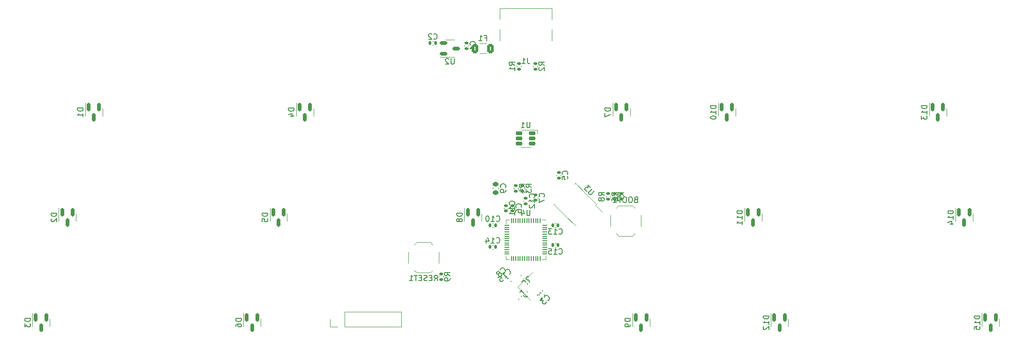
<source format=gbo>
%TF.GenerationSoftware,KiCad,Pcbnew,7.0.6*%
%TF.CreationDate,2023-07-12T00:22:12-04:00*%
%TF.ProjectId,littolRP2040,6c697474-6f6c-4525-9032-3034302e6b69,rev?*%
%TF.SameCoordinates,Original*%
%TF.FileFunction,Legend,Bot*%
%TF.FilePolarity,Positive*%
%FSLAX46Y46*%
G04 Gerber Fmt 4.6, Leading zero omitted, Abs format (unit mm)*
G04 Created by KiCad (PCBNEW 7.0.6) date 2023-07-12 00:22:12*
%MOMM*%
%LPD*%
G01*
G04 APERTURE LIST*
G04 Aperture macros list*
%AMRoundRect*
0 Rectangle with rounded corners*
0 $1 Rounding radius*
0 $2 $3 $4 $5 $6 $7 $8 $9 X,Y pos of 4 corners*
0 Add a 4 corners polygon primitive as box body*
4,1,4,$2,$3,$4,$5,$6,$7,$8,$9,$2,$3,0*
0 Add four circle primitives for the rounded corners*
1,1,$1+$1,$2,$3*
1,1,$1+$1,$4,$5*
1,1,$1+$1,$6,$7*
1,1,$1+$1,$8,$9*
0 Add four rect primitives between the rounded corners*
20,1,$1+$1,$2,$3,$4,$5,0*
20,1,$1+$1,$4,$5,$6,$7,0*
20,1,$1+$1,$6,$7,$8,$9,0*
20,1,$1+$1,$8,$9,$2,$3,0*%
%AMRotRect*
0 Rectangle, with rotation*
0 The origin of the aperture is its center*
0 $1 length*
0 $2 width*
0 $3 Rotation angle, in degrees counterclockwise*
0 Add horizontal line*
21,1,$1,$2,0,0,$3*%
%AMOutline5P*
0 Free polygon, 5 corners , with rotation*
0 The origin of the aperture is its center*
0 number of corners: always 5*
0 $1 to $10 corner X, Y*
0 $11 Rotation angle, in degrees counterclockwise*
0 create outline with 5 corners*
4,1,5,$1,$2,$3,$4,$5,$6,$7,$8,$9,$10,$1,$2,$11*%
%AMOutline6P*
0 Free polygon, 6 corners , with rotation*
0 The origin of the aperture is its center*
0 number of corners: always 6*
0 $1 to $12 corner X, Y*
0 $13 Rotation angle, in degrees counterclockwise*
0 create outline with 6 corners*
4,1,6,$1,$2,$3,$4,$5,$6,$7,$8,$9,$10,$11,$12,$1,$2,$13*%
%AMOutline7P*
0 Free polygon, 7 corners , with rotation*
0 The origin of the aperture is its center*
0 number of corners: always 7*
0 $1 to $14 corner X, Y*
0 $15 Rotation angle, in degrees counterclockwise*
0 create outline with 7 corners*
4,1,7,$1,$2,$3,$4,$5,$6,$7,$8,$9,$10,$11,$12,$13,$14,$1,$2,$15*%
%AMOutline8P*
0 Free polygon, 8 corners , with rotation*
0 The origin of the aperture is its center*
0 number of corners: always 8*
0 $1 to $16 corner X, Y*
0 $17 Rotation angle, in degrees counterclockwise*
0 create outline with 8 corners*
4,1,8,$1,$2,$3,$4,$5,$6,$7,$8,$9,$10,$11,$12,$13,$14,$15,$16,$1,$2,$17*%
G04 Aperture macros list end*
%ADD10C,0.150000*%
%ADD11C,0.120000*%
%ADD12C,3.048000*%
%ADD13C,3.987800*%
%ADD14C,1.750000*%
%ADD15C,3.000000*%
%ADD16Outline5P,-1.275000X1.250000X1.275000X1.250000X1.275000X-1.250000X-0.400000X-1.250000X-1.275000X-0.375000X180.000000*%
%ADD17R,2.550000X2.500000*%
%ADD18Outline5P,-1.275000X1.250000X1.275000X1.250000X1.275000X-1.250000X-0.400000X-1.250000X-1.275000X-0.375000X0.000000*%
%ADD19R,1.700000X1.700000*%
%ADD20O,1.700000X1.700000*%
%ADD21RoundRect,0.140000X-0.140000X-0.170000X0.140000X-0.170000X0.140000X0.170000X-0.140000X0.170000X0*%
%ADD22RoundRect,0.150000X-0.150000X0.587500X-0.150000X-0.587500X0.150000X-0.587500X0.150000X0.587500X0*%
%ADD23RoundRect,0.140000X0.170000X-0.140000X0.170000X0.140000X-0.170000X0.140000X-0.170000X-0.140000X0*%
%ADD24RoundRect,0.250000X0.375000X0.625000X-0.375000X0.625000X-0.375000X-0.625000X0.375000X-0.625000X0*%
%ADD25RoundRect,0.150000X-0.512500X-0.150000X0.512500X-0.150000X0.512500X0.150000X-0.512500X0.150000X0*%
%ADD26RotRect,1.400000X1.200000X45.000000*%
%ADD27RoundRect,0.140000X0.021213X-0.219203X0.219203X-0.021213X-0.021213X0.219203X-0.219203X0.021213X0*%
%ADD28RoundRect,0.135000X-0.185000X0.135000X-0.185000X-0.135000X0.185000X-0.135000X0.185000X0.135000X0*%
%ADD29RoundRect,0.140000X-0.021213X0.219203X-0.219203X0.021213X0.021213X-0.219203X0.219203X-0.021213X0*%
%ADD30RoundRect,0.135000X0.185000X-0.135000X0.185000X0.135000X-0.185000X0.135000X-0.185000X-0.135000X0*%
%ADD31RoundRect,0.150000X0.475000X0.150000X-0.475000X0.150000X-0.475000X-0.150000X0.475000X-0.150000X0*%
%ADD32RoundRect,0.140000X0.140000X0.170000X-0.140000X0.170000X-0.140000X-0.170000X0.140000X-0.170000X0*%
%ADD33RoundRect,0.225000X0.250000X-0.225000X0.250000X0.225000X-0.250000X0.225000X-0.250000X-0.225000X0*%
%ADD34RoundRect,0.050000X0.387500X0.050000X-0.387500X0.050000X-0.387500X-0.050000X0.387500X-0.050000X0*%
%ADD35RoundRect,0.050000X0.050000X0.387500X-0.050000X0.387500X-0.050000X-0.387500X0.050000X-0.387500X0*%
%ADD36R,3.200000X3.200000*%
%ADD37RoundRect,0.150000X0.565685X-0.353553X-0.353553X0.565685X-0.565685X0.353553X0.353553X-0.565685X0*%
%ADD38RoundRect,0.135000X0.035355X-0.226274X0.226274X-0.035355X-0.035355X0.226274X-0.226274X0.035355X0*%
%ADD39R,1.700000X1.000000*%
%ADD40C,0.650000*%
%ADD41R,0.600000X1.450000*%
%ADD42R,0.300000X1.450000*%
%ADD43O,1.000000X1.600000*%
%ADD44O,1.000000X2.100000*%
%ADD45RoundRect,0.140000X0.219203X0.021213X0.021213X0.219203X-0.219203X-0.021213X-0.021213X-0.219203X0*%
G04 APERTURE END LIST*
D10*
X158401067Y-104751088D02*
X158448686Y-104798708D01*
X158448686Y-104798708D02*
X158591543Y-104846327D01*
X158591543Y-104846327D02*
X158686781Y-104846327D01*
X158686781Y-104846327D02*
X158829638Y-104798708D01*
X158829638Y-104798708D02*
X158924876Y-104703469D01*
X158924876Y-104703469D02*
X158972495Y-104608231D01*
X158972495Y-104608231D02*
X159020114Y-104417755D01*
X159020114Y-104417755D02*
X159020114Y-104274898D01*
X159020114Y-104274898D02*
X158972495Y-104084422D01*
X158972495Y-104084422D02*
X158924876Y-103989184D01*
X158924876Y-103989184D02*
X158829638Y-103893946D01*
X158829638Y-103893946D02*
X158686781Y-103846327D01*
X158686781Y-103846327D02*
X158591543Y-103846327D01*
X158591543Y-103846327D02*
X158448686Y-103893946D01*
X158448686Y-103893946D02*
X158401067Y-103941565D01*
X157448686Y-104846327D02*
X158020114Y-104846327D01*
X157734400Y-104846327D02*
X157734400Y-103846327D01*
X157734400Y-103846327D02*
X157829638Y-103989184D01*
X157829638Y-103989184D02*
X157924876Y-104084422D01*
X157924876Y-104084422D02*
X158020114Y-104132041D01*
X157115352Y-103846327D02*
X156496305Y-103846327D01*
X156496305Y-103846327D02*
X156829638Y-104227279D01*
X156829638Y-104227279D02*
X156686781Y-104227279D01*
X156686781Y-104227279D02*
X156591543Y-104274898D01*
X156591543Y-104274898D02*
X156543924Y-104322517D01*
X156543924Y-104322517D02*
X156496305Y-104417755D01*
X156496305Y-104417755D02*
X156496305Y-104655850D01*
X156496305Y-104655850D02*
X156543924Y-104751088D01*
X156543924Y-104751088D02*
X156591543Y-104798708D01*
X156591543Y-104798708D02*
X156686781Y-104846327D01*
X156686781Y-104846327D02*
X156972495Y-104846327D01*
X156972495Y-104846327D02*
X157067733Y-104798708D01*
X157067733Y-104798708D02*
X157115352Y-104751088D01*
X67706557Y-101060599D02*
X66706557Y-101060599D01*
X66706557Y-101060599D02*
X66706557Y-101298694D01*
X66706557Y-101298694D02*
X66754176Y-101441551D01*
X66754176Y-101441551D02*
X66849414Y-101536789D01*
X66849414Y-101536789D02*
X66944652Y-101584408D01*
X66944652Y-101584408D02*
X67135128Y-101632027D01*
X67135128Y-101632027D02*
X67277985Y-101632027D01*
X67277985Y-101632027D02*
X67468461Y-101584408D01*
X67468461Y-101584408D02*
X67563699Y-101536789D01*
X67563699Y-101536789D02*
X67658938Y-101441551D01*
X67658938Y-101441551D02*
X67706557Y-101298694D01*
X67706557Y-101298694D02*
X67706557Y-101060599D01*
X66801795Y-102012980D02*
X66754176Y-102060599D01*
X66754176Y-102060599D02*
X66706557Y-102155837D01*
X66706557Y-102155837D02*
X66706557Y-102393932D01*
X66706557Y-102393932D02*
X66754176Y-102489170D01*
X66754176Y-102489170D02*
X66801795Y-102536789D01*
X66801795Y-102536789D02*
X66897033Y-102584408D01*
X66897033Y-102584408D02*
X66992271Y-102584408D01*
X66992271Y-102584408D02*
X67135128Y-102536789D01*
X67135128Y-102536789D02*
X67706557Y-101965361D01*
X67706557Y-101965361D02*
X67706557Y-102584408D01*
X143204312Y-70550385D02*
X143251932Y-70502766D01*
X143251932Y-70502766D02*
X143299551Y-70359909D01*
X143299551Y-70359909D02*
X143299551Y-70264671D01*
X143299551Y-70264671D02*
X143251932Y-70121814D01*
X143251932Y-70121814D02*
X143156693Y-70026576D01*
X143156693Y-70026576D02*
X143061455Y-69978957D01*
X143061455Y-69978957D02*
X142870979Y-69931338D01*
X142870979Y-69931338D02*
X142728122Y-69931338D01*
X142728122Y-69931338D02*
X142537646Y-69978957D01*
X142537646Y-69978957D02*
X142442408Y-70026576D01*
X142442408Y-70026576D02*
X142347170Y-70121814D01*
X142347170Y-70121814D02*
X142299551Y-70264671D01*
X142299551Y-70264671D02*
X142299551Y-70359909D01*
X142299551Y-70359909D02*
X142347170Y-70502766D01*
X142347170Y-70502766D02*
X142394789Y-70550385D01*
X143299551Y-71502766D02*
X143299551Y-70931338D01*
X143299551Y-71217052D02*
X142299551Y-71217052D01*
X142299551Y-71217052D02*
X142442408Y-71121814D01*
X142442408Y-71121814D02*
X142537646Y-71026576D01*
X142537646Y-71026576D02*
X142585265Y-70931338D01*
X144994635Y-69308061D02*
X145327968Y-69308061D01*
X145327968Y-69831871D02*
X145327968Y-68831871D01*
X145327968Y-68831871D02*
X144851778Y-68831871D01*
X143947016Y-69831871D02*
X144518444Y-69831871D01*
X144232730Y-69831871D02*
X144232730Y-68831871D01*
X144232730Y-68831871D02*
X144327968Y-68974728D01*
X144327968Y-68974728D02*
X144423206Y-69069966D01*
X144423206Y-69069966D02*
X144518444Y-69117585D01*
X139470066Y-73051871D02*
X139470066Y-73861394D01*
X139470066Y-73861394D02*
X139422447Y-73956632D01*
X139422447Y-73956632D02*
X139374828Y-74004252D01*
X139374828Y-74004252D02*
X139279590Y-74051871D01*
X139279590Y-74051871D02*
X139089114Y-74051871D01*
X139089114Y-74051871D02*
X138993876Y-74004252D01*
X138993876Y-74004252D02*
X138946257Y-73956632D01*
X138946257Y-73956632D02*
X138898638Y-73861394D01*
X138898638Y-73861394D02*
X138898638Y-73051871D01*
X138470066Y-73147109D02*
X138422447Y-73099490D01*
X138422447Y-73099490D02*
X138327209Y-73051871D01*
X138327209Y-73051871D02*
X138089114Y-73051871D01*
X138089114Y-73051871D02*
X137993876Y-73099490D01*
X137993876Y-73099490D02*
X137946257Y-73147109D01*
X137946257Y-73147109D02*
X137898638Y-73242347D01*
X137898638Y-73242347D02*
X137898638Y-73337585D01*
X137898638Y-73337585D02*
X137946257Y-73480442D01*
X137946257Y-73480442D02*
X138517685Y-74051871D01*
X138517685Y-74051871D02*
X137898638Y-74051871D01*
X186769357Y-81534360D02*
X185769357Y-81534360D01*
X185769357Y-81534360D02*
X185769357Y-81772455D01*
X185769357Y-81772455D02*
X185816976Y-81915312D01*
X185816976Y-81915312D02*
X185912214Y-82010550D01*
X185912214Y-82010550D02*
X186007452Y-82058169D01*
X186007452Y-82058169D02*
X186197928Y-82105788D01*
X186197928Y-82105788D02*
X186340785Y-82105788D01*
X186340785Y-82105788D02*
X186531261Y-82058169D01*
X186531261Y-82058169D02*
X186626499Y-82010550D01*
X186626499Y-82010550D02*
X186721738Y-81915312D01*
X186721738Y-81915312D02*
X186769357Y-81772455D01*
X186769357Y-81772455D02*
X186769357Y-81534360D01*
X186769357Y-83058169D02*
X186769357Y-82486741D01*
X186769357Y-82772455D02*
X185769357Y-82772455D01*
X185769357Y-82772455D02*
X185912214Y-82677217D01*
X185912214Y-82677217D02*
X186007452Y-82581979D01*
X186007452Y-82581979D02*
X186055071Y-82486741D01*
X185769357Y-83677217D02*
X185769357Y-83772455D01*
X185769357Y-83772455D02*
X185816976Y-83867693D01*
X185816976Y-83867693D02*
X185864595Y-83915312D01*
X185864595Y-83915312D02*
X185959833Y-83962931D01*
X185959833Y-83962931D02*
X186150309Y-84010550D01*
X186150309Y-84010550D02*
X186388404Y-84010550D01*
X186388404Y-84010550D02*
X186578880Y-83962931D01*
X186578880Y-83962931D02*
X186674118Y-83915312D01*
X186674118Y-83915312D02*
X186721738Y-83867693D01*
X186721738Y-83867693D02*
X186769357Y-83772455D01*
X186769357Y-83772455D02*
X186769357Y-83677217D01*
X186769357Y-83677217D02*
X186721738Y-83581979D01*
X186721738Y-83581979D02*
X186674118Y-83534360D01*
X186674118Y-83534360D02*
X186578880Y-83486741D01*
X186578880Y-83486741D02*
X186388404Y-83439122D01*
X186388404Y-83439122D02*
X186150309Y-83439122D01*
X186150309Y-83439122D02*
X185959833Y-83486741D01*
X185959833Y-83486741D02*
X185864595Y-83534360D01*
X185864595Y-83534360D02*
X185816976Y-83581979D01*
X185816976Y-83581979D02*
X185769357Y-83677217D01*
X151538708Y-99961399D02*
X151586328Y-99913780D01*
X151586328Y-99913780D02*
X151633947Y-99770923D01*
X151633947Y-99770923D02*
X151633947Y-99675685D01*
X151633947Y-99675685D02*
X151586328Y-99532828D01*
X151586328Y-99532828D02*
X151491089Y-99437590D01*
X151491089Y-99437590D02*
X151395851Y-99389971D01*
X151395851Y-99389971D02*
X151205375Y-99342352D01*
X151205375Y-99342352D02*
X151062518Y-99342352D01*
X151062518Y-99342352D02*
X150872042Y-99389971D01*
X150872042Y-99389971D02*
X150776804Y-99437590D01*
X150776804Y-99437590D02*
X150681566Y-99532828D01*
X150681566Y-99532828D02*
X150633947Y-99675685D01*
X150633947Y-99675685D02*
X150633947Y-99770923D01*
X150633947Y-99770923D02*
X150681566Y-99913780D01*
X150681566Y-99913780D02*
X150729185Y-99961399D01*
X150633947Y-100818542D02*
X150633947Y-100628066D01*
X150633947Y-100628066D02*
X150681566Y-100532828D01*
X150681566Y-100532828D02*
X150729185Y-100485209D01*
X150729185Y-100485209D02*
X150872042Y-100389971D01*
X150872042Y-100389971D02*
X151062518Y-100342352D01*
X151062518Y-100342352D02*
X151443470Y-100342352D01*
X151443470Y-100342352D02*
X151538708Y-100389971D01*
X151538708Y-100389971D02*
X151586328Y-100437590D01*
X151586328Y-100437590D02*
X151633947Y-100532828D01*
X151633947Y-100532828D02*
X151633947Y-100723304D01*
X151633947Y-100723304D02*
X151586328Y-100818542D01*
X151586328Y-100818542D02*
X151538708Y-100866161D01*
X151538708Y-100866161D02*
X151443470Y-100913780D01*
X151443470Y-100913780D02*
X151205375Y-100913780D01*
X151205375Y-100913780D02*
X151110137Y-100866161D01*
X151110137Y-100866161D02*
X151062518Y-100818542D01*
X151062518Y-100818542D02*
X151014899Y-100723304D01*
X151014899Y-100723304D02*
X151014899Y-100532828D01*
X151014899Y-100532828D02*
X151062518Y-100437590D01*
X151062518Y-100437590D02*
X151110137Y-100389971D01*
X151110137Y-100389971D02*
X151205375Y-100342352D01*
X155542888Y-115578730D02*
X155879606Y-115915448D01*
X155408201Y-114972639D02*
X155542888Y-115578730D01*
X155542888Y-115578730D02*
X154936797Y-115444043D01*
X155037812Y-116757241D02*
X155441873Y-116353180D01*
X155239842Y-116555211D02*
X154532736Y-115848104D01*
X154532736Y-115848104D02*
X154701094Y-115881776D01*
X154701094Y-115881776D02*
X154835781Y-115881776D01*
X154835781Y-115881776D02*
X154936797Y-115848104D01*
X159873104Y-94008259D02*
X159920724Y-93960640D01*
X159920724Y-93960640D02*
X159968343Y-93817783D01*
X159968343Y-93817783D02*
X159968343Y-93722545D01*
X159968343Y-93722545D02*
X159920724Y-93579688D01*
X159920724Y-93579688D02*
X159825485Y-93484450D01*
X159825485Y-93484450D02*
X159730247Y-93436831D01*
X159730247Y-93436831D02*
X159539771Y-93389212D01*
X159539771Y-93389212D02*
X159396914Y-93389212D01*
X159396914Y-93389212D02*
X159206438Y-93436831D01*
X159206438Y-93436831D02*
X159111200Y-93484450D01*
X159111200Y-93484450D02*
X159015962Y-93579688D01*
X159015962Y-93579688D02*
X158968343Y-93722545D01*
X158968343Y-93722545D02*
X158968343Y-93817783D01*
X158968343Y-93817783D02*
X159015962Y-93960640D01*
X159015962Y-93960640D02*
X159063581Y-94008259D01*
X158968343Y-94913021D02*
X158968343Y-94436831D01*
X158968343Y-94436831D02*
X159444533Y-94389212D01*
X159444533Y-94389212D02*
X159396914Y-94436831D01*
X159396914Y-94436831D02*
X159349295Y-94532069D01*
X159349295Y-94532069D02*
X159349295Y-94770164D01*
X159349295Y-94770164D02*
X159396914Y-94865402D01*
X159396914Y-94865402D02*
X159444533Y-94913021D01*
X159444533Y-94913021D02*
X159539771Y-94960640D01*
X159539771Y-94960640D02*
X159777866Y-94960640D01*
X159777866Y-94960640D02*
X159873104Y-94913021D01*
X159873104Y-94913021D02*
X159920724Y-94865402D01*
X159920724Y-94865402D02*
X159968343Y-94770164D01*
X159968343Y-94770164D02*
X159968343Y-94532069D01*
X159968343Y-94532069D02*
X159920724Y-94436831D01*
X159920724Y-94436831D02*
X159873104Y-94389212D01*
X156365030Y-116838605D02*
X156432374Y-116838605D01*
X156432374Y-116838605D02*
X156567061Y-116771261D01*
X156567061Y-116771261D02*
X156634404Y-116703918D01*
X156634404Y-116703918D02*
X156701748Y-116569231D01*
X156701748Y-116569231D02*
X156701748Y-116434544D01*
X156701748Y-116434544D02*
X156668076Y-116333529D01*
X156668076Y-116333529D02*
X156567061Y-116165170D01*
X156567061Y-116165170D02*
X156466046Y-116064155D01*
X156466046Y-116064155D02*
X156297687Y-115963139D01*
X156297687Y-115963139D02*
X156196672Y-115929468D01*
X156196672Y-115929468D02*
X156061985Y-115929468D01*
X156061985Y-115929468D02*
X155927298Y-115996811D01*
X155927298Y-115996811D02*
X155859954Y-116064155D01*
X155859954Y-116064155D02*
X155792611Y-116198842D01*
X155792611Y-116198842D02*
X155792611Y-116266185D01*
X155489565Y-116434544D02*
X155051832Y-116872277D01*
X155051832Y-116872277D02*
X155556908Y-116905948D01*
X155556908Y-116905948D02*
X155455893Y-117006964D01*
X155455893Y-117006964D02*
X155422221Y-117107979D01*
X155422221Y-117107979D02*
X155422221Y-117175322D01*
X155422221Y-117175322D02*
X155455893Y-117276338D01*
X155455893Y-117276338D02*
X155624252Y-117444696D01*
X155624252Y-117444696D02*
X155725267Y-117478368D01*
X155725267Y-117478368D02*
X155792611Y-117478368D01*
X155792611Y-117478368D02*
X155893626Y-117444696D01*
X155893626Y-117444696D02*
X156095656Y-117242666D01*
X156095656Y-117242666D02*
X156129328Y-117141651D01*
X156129328Y-117141651D02*
X156129328Y-117074307D01*
X234394477Y-119634456D02*
X233394477Y-119634456D01*
X233394477Y-119634456D02*
X233394477Y-119872551D01*
X233394477Y-119872551D02*
X233442096Y-120015408D01*
X233442096Y-120015408D02*
X233537334Y-120110646D01*
X233537334Y-120110646D02*
X233632572Y-120158265D01*
X233632572Y-120158265D02*
X233823048Y-120205884D01*
X233823048Y-120205884D02*
X233965905Y-120205884D01*
X233965905Y-120205884D02*
X234156381Y-120158265D01*
X234156381Y-120158265D02*
X234251619Y-120110646D01*
X234251619Y-120110646D02*
X234346858Y-120015408D01*
X234346858Y-120015408D02*
X234394477Y-119872551D01*
X234394477Y-119872551D02*
X234394477Y-119634456D01*
X234394477Y-121158265D02*
X234394477Y-120586837D01*
X234394477Y-120872551D02*
X233394477Y-120872551D01*
X233394477Y-120872551D02*
X233537334Y-120777313D01*
X233537334Y-120777313D02*
X233632572Y-120682075D01*
X233632572Y-120682075D02*
X233680191Y-120586837D01*
X233394477Y-122063027D02*
X233394477Y-121586837D01*
X233394477Y-121586837D02*
X233870667Y-121539218D01*
X233870667Y-121539218D02*
X233823048Y-121586837D01*
X233823048Y-121586837D02*
X233775429Y-121682075D01*
X233775429Y-121682075D02*
X233775429Y-121920170D01*
X233775429Y-121920170D02*
X233823048Y-122015408D01*
X233823048Y-122015408D02*
X233870667Y-122063027D01*
X233870667Y-122063027D02*
X233965905Y-122110646D01*
X233965905Y-122110646D02*
X234204000Y-122110646D01*
X234204000Y-122110646D02*
X234299238Y-122063027D01*
X234299238Y-122063027D02*
X234346858Y-122015408D01*
X234346858Y-122015408D02*
X234394477Y-121920170D01*
X234394477Y-121920170D02*
X234394477Y-121682075D01*
X234394477Y-121682075D02*
X234346858Y-121586837D01*
X234346858Y-121586837D02*
X234299238Y-121539218D01*
X168949309Y-97855771D02*
X168473118Y-97522438D01*
X168949309Y-97284343D02*
X167949309Y-97284343D01*
X167949309Y-97284343D02*
X167949309Y-97665295D01*
X167949309Y-97665295D02*
X167996928Y-97760533D01*
X167996928Y-97760533D02*
X168044547Y-97808152D01*
X168044547Y-97808152D02*
X168139785Y-97855771D01*
X168139785Y-97855771D02*
X168282642Y-97855771D01*
X168282642Y-97855771D02*
X168377880Y-97808152D01*
X168377880Y-97808152D02*
X168425499Y-97760533D01*
X168425499Y-97760533D02*
X168473118Y-97665295D01*
X168473118Y-97665295D02*
X168473118Y-97284343D01*
X167949309Y-98712914D02*
X167949309Y-98522438D01*
X167949309Y-98522438D02*
X167996928Y-98427200D01*
X167996928Y-98427200D02*
X168044547Y-98379581D01*
X168044547Y-98379581D02*
X168187404Y-98284343D01*
X168187404Y-98284343D02*
X168377880Y-98236724D01*
X168377880Y-98236724D02*
X168758832Y-98236724D01*
X168758832Y-98236724D02*
X168854070Y-98284343D01*
X168854070Y-98284343D02*
X168901690Y-98331962D01*
X168901690Y-98331962D02*
X168949309Y-98427200D01*
X168949309Y-98427200D02*
X168949309Y-98617676D01*
X168949309Y-98617676D02*
X168901690Y-98712914D01*
X168901690Y-98712914D02*
X168854070Y-98760533D01*
X168854070Y-98760533D02*
X168758832Y-98808152D01*
X168758832Y-98808152D02*
X168520737Y-98808152D01*
X168520737Y-98808152D02*
X168425499Y-98760533D01*
X168425499Y-98760533D02*
X168377880Y-98712914D01*
X168377880Y-98712914D02*
X168330261Y-98617676D01*
X168330261Y-98617676D02*
X168330261Y-98427200D01*
X168330261Y-98427200D02*
X168377880Y-98331962D01*
X168377880Y-98331962D02*
X168425499Y-98284343D01*
X168425499Y-98284343D02*
X168520737Y-98236724D01*
X148380368Y-111830513D02*
X148447712Y-111830513D01*
X148447712Y-111830513D02*
X148582399Y-111763169D01*
X148582399Y-111763169D02*
X148649742Y-111695826D01*
X148649742Y-111695826D02*
X148717086Y-111561139D01*
X148717086Y-111561139D02*
X148717086Y-111426452D01*
X148717086Y-111426452D02*
X148683414Y-111325437D01*
X148683414Y-111325437D02*
X148582399Y-111157078D01*
X148582399Y-111157078D02*
X148481384Y-111056063D01*
X148481384Y-111056063D02*
X148313025Y-110955047D01*
X148313025Y-110955047D02*
X148212010Y-110921376D01*
X148212010Y-110921376D02*
X148077323Y-110921376D01*
X148077323Y-110921376D02*
X147942636Y-110988719D01*
X147942636Y-110988719D02*
X147875292Y-111056063D01*
X147875292Y-111056063D02*
X147807949Y-111190750D01*
X147807949Y-111190750D02*
X147807949Y-111258093D01*
X147639590Y-111897856D02*
X147673262Y-111796841D01*
X147673262Y-111796841D02*
X147673262Y-111729498D01*
X147673262Y-111729498D02*
X147639590Y-111628482D01*
X147639590Y-111628482D02*
X147605918Y-111594811D01*
X147605918Y-111594811D02*
X147504903Y-111561139D01*
X147504903Y-111561139D02*
X147437559Y-111561139D01*
X147437559Y-111561139D02*
X147336544Y-111594811D01*
X147336544Y-111594811D02*
X147201857Y-111729498D01*
X147201857Y-111729498D02*
X147168185Y-111830513D01*
X147168185Y-111830513D02*
X147168185Y-111897856D01*
X147168185Y-111897856D02*
X147201857Y-111998872D01*
X147201857Y-111998872D02*
X147235529Y-112032543D01*
X147235529Y-112032543D02*
X147336544Y-112066215D01*
X147336544Y-112066215D02*
X147403888Y-112066215D01*
X147403888Y-112066215D02*
X147504903Y-112032543D01*
X147504903Y-112032543D02*
X147639590Y-111897856D01*
X147639590Y-111897856D02*
X147740605Y-111864185D01*
X147740605Y-111864185D02*
X147807949Y-111864185D01*
X147807949Y-111864185D02*
X147908964Y-111897856D01*
X147908964Y-111897856D02*
X148043651Y-112032543D01*
X148043651Y-112032543D02*
X148077323Y-112133559D01*
X148077323Y-112133559D02*
X148077323Y-112200902D01*
X148077323Y-112200902D02*
X148043651Y-112301917D01*
X148043651Y-112301917D02*
X147908964Y-112436604D01*
X147908964Y-112436604D02*
X147807949Y-112470276D01*
X147807949Y-112470276D02*
X147740605Y-112470276D01*
X147740605Y-112470276D02*
X147639590Y-112436604D01*
X147639590Y-112436604D02*
X147504903Y-112301917D01*
X147504903Y-112301917D02*
X147471231Y-112200902D01*
X147471231Y-112200902D02*
X147471231Y-112133559D01*
X147471231Y-112133559D02*
X147504903Y-112032543D01*
X191531869Y-100584408D02*
X190531869Y-100584408D01*
X190531869Y-100584408D02*
X190531869Y-100822503D01*
X190531869Y-100822503D02*
X190579488Y-100965360D01*
X190579488Y-100965360D02*
X190674726Y-101060598D01*
X190674726Y-101060598D02*
X190769964Y-101108217D01*
X190769964Y-101108217D02*
X190960440Y-101155836D01*
X190960440Y-101155836D02*
X191103297Y-101155836D01*
X191103297Y-101155836D02*
X191293773Y-101108217D01*
X191293773Y-101108217D02*
X191389011Y-101060598D01*
X191389011Y-101060598D02*
X191484250Y-100965360D01*
X191484250Y-100965360D02*
X191531869Y-100822503D01*
X191531869Y-100822503D02*
X191531869Y-100584408D01*
X191531869Y-102108217D02*
X191531869Y-101536789D01*
X191531869Y-101822503D02*
X190531869Y-101822503D01*
X190531869Y-101822503D02*
X190674726Y-101727265D01*
X190674726Y-101727265D02*
X190769964Y-101632027D01*
X190769964Y-101632027D02*
X190817583Y-101536789D01*
X191531869Y-103060598D02*
X191531869Y-102489170D01*
X191531869Y-102774884D02*
X190531869Y-102774884D01*
X190531869Y-102774884D02*
X190674726Y-102679646D01*
X190674726Y-102679646D02*
X190769964Y-102584408D01*
X190769964Y-102584408D02*
X190817583Y-102489170D01*
X138720469Y-112347679D02*
X138244278Y-112014346D01*
X138720469Y-111776251D02*
X137720469Y-111776251D01*
X137720469Y-111776251D02*
X137720469Y-112157203D01*
X137720469Y-112157203D02*
X137768088Y-112252441D01*
X137768088Y-112252441D02*
X137815707Y-112300060D01*
X137815707Y-112300060D02*
X137910945Y-112347679D01*
X137910945Y-112347679D02*
X138053802Y-112347679D01*
X138053802Y-112347679D02*
X138149040Y-112300060D01*
X138149040Y-112300060D02*
X138196659Y-112252441D01*
X138196659Y-112252441D02*
X138244278Y-112157203D01*
X138244278Y-112157203D02*
X138244278Y-111776251D01*
X138720469Y-112823870D02*
X138720469Y-113014346D01*
X138720469Y-113014346D02*
X138672850Y-113109584D01*
X138672850Y-113109584D02*
X138625230Y-113157203D01*
X138625230Y-113157203D02*
X138482373Y-113252441D01*
X138482373Y-113252441D02*
X138291897Y-113300060D01*
X138291897Y-113300060D02*
X137910945Y-113300060D01*
X137910945Y-113300060D02*
X137815707Y-113252441D01*
X137815707Y-113252441D02*
X137768088Y-113204822D01*
X137768088Y-113204822D02*
X137720469Y-113109584D01*
X137720469Y-113109584D02*
X137720469Y-112919108D01*
X137720469Y-112919108D02*
X137768088Y-112823870D01*
X137768088Y-112823870D02*
X137815707Y-112776251D01*
X137815707Y-112776251D02*
X137910945Y-112728632D01*
X137910945Y-112728632D02*
X138149040Y-112728632D01*
X138149040Y-112728632D02*
X138244278Y-112776251D01*
X138244278Y-112776251D02*
X138291897Y-112823870D01*
X138291897Y-112823870D02*
X138339516Y-112919108D01*
X138339516Y-112919108D02*
X138339516Y-113109584D01*
X138339516Y-113109584D02*
X138291897Y-113204822D01*
X138291897Y-113204822D02*
X138244278Y-113252441D01*
X138244278Y-113252441D02*
X138149040Y-113300060D01*
X153162288Y-84565977D02*
X153162288Y-85375500D01*
X153162288Y-85375500D02*
X153114669Y-85470738D01*
X153114669Y-85470738D02*
X153067050Y-85518358D01*
X153067050Y-85518358D02*
X152971812Y-85565977D01*
X152971812Y-85565977D02*
X152781336Y-85565977D01*
X152781336Y-85565977D02*
X152686098Y-85518358D01*
X152686098Y-85518358D02*
X152638479Y-85470738D01*
X152638479Y-85470738D02*
X152590860Y-85375500D01*
X152590860Y-85375500D02*
X152590860Y-84565977D01*
X151590860Y-85565977D02*
X152162288Y-85565977D01*
X151876574Y-85565977D02*
X151876574Y-84565977D01*
X151876574Y-84565977D02*
X151971812Y-84708834D01*
X151971812Y-84708834D02*
X152067050Y-84804072D01*
X152067050Y-84804072D02*
X152162288Y-84851691D01*
X170098681Y-97855771D02*
X169622490Y-97522438D01*
X170098681Y-97284343D02*
X169098681Y-97284343D01*
X169098681Y-97284343D02*
X169098681Y-97665295D01*
X169098681Y-97665295D02*
X169146300Y-97760533D01*
X169146300Y-97760533D02*
X169193919Y-97808152D01*
X169193919Y-97808152D02*
X169289157Y-97855771D01*
X169289157Y-97855771D02*
X169432014Y-97855771D01*
X169432014Y-97855771D02*
X169527252Y-97808152D01*
X169527252Y-97808152D02*
X169574871Y-97760533D01*
X169574871Y-97760533D02*
X169622490Y-97665295D01*
X169622490Y-97665295D02*
X169622490Y-97284343D01*
X169098681Y-98189105D02*
X169098681Y-98855771D01*
X169098681Y-98855771D02*
X170098681Y-98427200D01*
X147090101Y-106356100D02*
X147137720Y-106403720D01*
X147137720Y-106403720D02*
X147280577Y-106451339D01*
X147280577Y-106451339D02*
X147375815Y-106451339D01*
X147375815Y-106451339D02*
X147518672Y-106403720D01*
X147518672Y-106403720D02*
X147613910Y-106308481D01*
X147613910Y-106308481D02*
X147661529Y-106213243D01*
X147661529Y-106213243D02*
X147709148Y-106022767D01*
X147709148Y-106022767D02*
X147709148Y-105879910D01*
X147709148Y-105879910D02*
X147661529Y-105689434D01*
X147661529Y-105689434D02*
X147613910Y-105594196D01*
X147613910Y-105594196D02*
X147518672Y-105498958D01*
X147518672Y-105498958D02*
X147375815Y-105451339D01*
X147375815Y-105451339D02*
X147280577Y-105451339D01*
X147280577Y-105451339D02*
X147137720Y-105498958D01*
X147137720Y-105498958D02*
X147090101Y-105546577D01*
X146137720Y-106451339D02*
X146709148Y-106451339D01*
X146423434Y-106451339D02*
X146423434Y-105451339D01*
X146423434Y-105451339D02*
X146518672Y-105594196D01*
X146518672Y-105594196D02*
X146613910Y-105689434D01*
X146613910Y-105689434D02*
X146709148Y-105737053D01*
X145280577Y-105784672D02*
X145280577Y-106451339D01*
X145518672Y-105403720D02*
X145756767Y-106118005D01*
X145756767Y-106118005D02*
X145137720Y-106118005D01*
X155775203Y-74247583D02*
X155299012Y-73914250D01*
X155775203Y-73676155D02*
X154775203Y-73676155D01*
X154775203Y-73676155D02*
X154775203Y-74057107D01*
X154775203Y-74057107D02*
X154822822Y-74152345D01*
X154822822Y-74152345D02*
X154870441Y-74199964D01*
X154870441Y-74199964D02*
X154965679Y-74247583D01*
X154965679Y-74247583D02*
X155108536Y-74247583D01*
X155108536Y-74247583D02*
X155203774Y-74199964D01*
X155203774Y-74199964D02*
X155251393Y-74152345D01*
X155251393Y-74152345D02*
X155299012Y-74057107D01*
X155299012Y-74057107D02*
X155299012Y-73676155D01*
X154870441Y-74628536D02*
X154822822Y-74676155D01*
X154822822Y-74676155D02*
X154775203Y-74771393D01*
X154775203Y-74771393D02*
X154775203Y-75009488D01*
X154775203Y-75009488D02*
X154822822Y-75104726D01*
X154822822Y-75104726D02*
X154870441Y-75152345D01*
X154870441Y-75152345D02*
X154965679Y-75199964D01*
X154965679Y-75199964D02*
X155060917Y-75199964D01*
X155060917Y-75199964D02*
X155203774Y-75152345D01*
X155203774Y-75152345D02*
X155775203Y-74580917D01*
X155775203Y-74580917D02*
X155775203Y-75199964D01*
X101044141Y-120110647D02*
X100044141Y-120110647D01*
X100044141Y-120110647D02*
X100044141Y-120348742D01*
X100044141Y-120348742D02*
X100091760Y-120491599D01*
X100091760Y-120491599D02*
X100186998Y-120586837D01*
X100186998Y-120586837D02*
X100282236Y-120634456D01*
X100282236Y-120634456D02*
X100472712Y-120682075D01*
X100472712Y-120682075D02*
X100615569Y-120682075D01*
X100615569Y-120682075D02*
X100806045Y-120634456D01*
X100806045Y-120634456D02*
X100901283Y-120586837D01*
X100901283Y-120586837D02*
X100996522Y-120491599D01*
X100996522Y-120491599D02*
X101044141Y-120348742D01*
X101044141Y-120348742D02*
X101044141Y-120110647D01*
X100044141Y-121539218D02*
X100044141Y-121348742D01*
X100044141Y-121348742D02*
X100091760Y-121253504D01*
X100091760Y-121253504D02*
X100139379Y-121205885D01*
X100139379Y-121205885D02*
X100282236Y-121110647D01*
X100282236Y-121110647D02*
X100472712Y-121063028D01*
X100472712Y-121063028D02*
X100853664Y-121063028D01*
X100853664Y-121063028D02*
X100948902Y-121110647D01*
X100948902Y-121110647D02*
X100996522Y-121158266D01*
X100996522Y-121158266D02*
X101044141Y-121253504D01*
X101044141Y-121253504D02*
X101044141Y-121443980D01*
X101044141Y-121443980D02*
X100996522Y-121539218D01*
X100996522Y-121539218D02*
X100948902Y-121586837D01*
X100948902Y-121586837D02*
X100853664Y-121634456D01*
X100853664Y-121634456D02*
X100615569Y-121634456D01*
X100615569Y-121634456D02*
X100520331Y-121586837D01*
X100520331Y-121586837D02*
X100472712Y-121539218D01*
X100472712Y-121539218D02*
X100425093Y-121443980D01*
X100425093Y-121443980D02*
X100425093Y-121253504D01*
X100425093Y-121253504D02*
X100472712Y-121158266D01*
X100472712Y-121158266D02*
X100520331Y-121110647D01*
X100520331Y-121110647D02*
X100615569Y-121063028D01*
X148716824Y-96359515D02*
X148764444Y-96311896D01*
X148764444Y-96311896D02*
X148812063Y-96169039D01*
X148812063Y-96169039D02*
X148812063Y-96073801D01*
X148812063Y-96073801D02*
X148764444Y-95930944D01*
X148764444Y-95930944D02*
X148669205Y-95835706D01*
X148669205Y-95835706D02*
X148573967Y-95788087D01*
X148573967Y-95788087D02*
X148383491Y-95740468D01*
X148383491Y-95740468D02*
X148240634Y-95740468D01*
X148240634Y-95740468D02*
X148050158Y-95788087D01*
X148050158Y-95788087D02*
X147954920Y-95835706D01*
X147954920Y-95835706D02*
X147859682Y-95930944D01*
X147859682Y-95930944D02*
X147812063Y-96073801D01*
X147812063Y-96073801D02*
X147812063Y-96169039D01*
X147812063Y-96169039D02*
X147859682Y-96311896D01*
X147859682Y-96311896D02*
X147907301Y-96359515D01*
X148812063Y-96835706D02*
X148812063Y-97026182D01*
X148812063Y-97026182D02*
X148764444Y-97121420D01*
X148764444Y-97121420D02*
X148716824Y-97169039D01*
X148716824Y-97169039D02*
X148573967Y-97264277D01*
X148573967Y-97264277D02*
X148383491Y-97311896D01*
X148383491Y-97311896D02*
X148002539Y-97311896D01*
X148002539Y-97311896D02*
X147907301Y-97264277D01*
X147907301Y-97264277D02*
X147859682Y-97216658D01*
X147859682Y-97216658D02*
X147812063Y-97121420D01*
X147812063Y-97121420D02*
X147812063Y-96930944D01*
X147812063Y-96930944D02*
X147859682Y-96835706D01*
X147859682Y-96835706D02*
X147907301Y-96788087D01*
X147907301Y-96788087D02*
X148002539Y-96740468D01*
X148002539Y-96740468D02*
X148240634Y-96740468D01*
X148240634Y-96740468D02*
X148335872Y-96788087D01*
X148335872Y-96788087D02*
X148383491Y-96835706D01*
X148383491Y-96835706D02*
X148431110Y-96930944D01*
X148431110Y-96930944D02*
X148431110Y-97121420D01*
X148431110Y-97121420D02*
X148383491Y-97216658D01*
X148383491Y-97216658D02*
X148335872Y-97264277D01*
X148335872Y-97264277D02*
X148240634Y-97311896D01*
X153162288Y-100466327D02*
X153162288Y-101275850D01*
X153162288Y-101275850D02*
X153114669Y-101371088D01*
X153114669Y-101371088D02*
X153067050Y-101418708D01*
X153067050Y-101418708D02*
X152971812Y-101466327D01*
X152971812Y-101466327D02*
X152781336Y-101466327D01*
X152781336Y-101466327D02*
X152686098Y-101418708D01*
X152686098Y-101418708D02*
X152638479Y-101371088D01*
X152638479Y-101371088D02*
X152590860Y-101275850D01*
X152590860Y-101275850D02*
X152590860Y-100466327D01*
X151686098Y-100799660D02*
X151686098Y-101466327D01*
X151924193Y-100418708D02*
X152162288Y-101132993D01*
X152162288Y-101132993D02*
X151543241Y-101132993D01*
X196294381Y-119634456D02*
X195294381Y-119634456D01*
X195294381Y-119634456D02*
X195294381Y-119872551D01*
X195294381Y-119872551D02*
X195342000Y-120015408D01*
X195342000Y-120015408D02*
X195437238Y-120110646D01*
X195437238Y-120110646D02*
X195532476Y-120158265D01*
X195532476Y-120158265D02*
X195722952Y-120205884D01*
X195722952Y-120205884D02*
X195865809Y-120205884D01*
X195865809Y-120205884D02*
X196056285Y-120158265D01*
X196056285Y-120158265D02*
X196151523Y-120110646D01*
X196151523Y-120110646D02*
X196246762Y-120015408D01*
X196246762Y-120015408D02*
X196294381Y-119872551D01*
X196294381Y-119872551D02*
X196294381Y-119634456D01*
X196294381Y-121158265D02*
X196294381Y-120586837D01*
X196294381Y-120872551D02*
X195294381Y-120872551D01*
X195294381Y-120872551D02*
X195437238Y-120777313D01*
X195437238Y-120777313D02*
X195532476Y-120682075D01*
X195532476Y-120682075D02*
X195580095Y-120586837D01*
X195389619Y-121539218D02*
X195342000Y-121586837D01*
X195342000Y-121586837D02*
X195294381Y-121682075D01*
X195294381Y-121682075D02*
X195294381Y-121920170D01*
X195294381Y-121920170D02*
X195342000Y-122015408D01*
X195342000Y-122015408D02*
X195389619Y-122063027D01*
X195389619Y-122063027D02*
X195484857Y-122110646D01*
X195484857Y-122110646D02*
X195580095Y-122110646D01*
X195580095Y-122110646D02*
X195722952Y-122063027D01*
X195722952Y-122063027D02*
X196294381Y-121491599D01*
X196294381Y-121491599D02*
X196294381Y-122110646D01*
X164771643Y-97053384D02*
X164199223Y-97625804D01*
X164199223Y-97625804D02*
X164098208Y-97659476D01*
X164098208Y-97659476D02*
X164030864Y-97659476D01*
X164030864Y-97659476D02*
X163929849Y-97625804D01*
X163929849Y-97625804D02*
X163795162Y-97491117D01*
X163795162Y-97491117D02*
X163761490Y-97390102D01*
X163761490Y-97390102D02*
X163761490Y-97322758D01*
X163761490Y-97322758D02*
X163795162Y-97221743D01*
X163795162Y-97221743D02*
X164367582Y-96649323D01*
X164098208Y-96379949D02*
X163660475Y-95942217D01*
X163660475Y-95942217D02*
X163626803Y-96447293D01*
X163626803Y-96447293D02*
X163525788Y-96346278D01*
X163525788Y-96346278D02*
X163424773Y-96312606D01*
X163424773Y-96312606D02*
X163357429Y-96312606D01*
X163357429Y-96312606D02*
X163256414Y-96346278D01*
X163256414Y-96346278D02*
X163088055Y-96514636D01*
X163088055Y-96514636D02*
X163054383Y-96615652D01*
X163054383Y-96615652D02*
X163054383Y-96682995D01*
X163054383Y-96682995D02*
X163088055Y-96784010D01*
X163088055Y-96784010D02*
X163290086Y-96986041D01*
X163290086Y-96986041D02*
X163391101Y-97019713D01*
X163391101Y-97019713D02*
X163458444Y-97019713D01*
X171291193Y-120110647D02*
X170291193Y-120110647D01*
X170291193Y-120110647D02*
X170291193Y-120348742D01*
X170291193Y-120348742D02*
X170338812Y-120491599D01*
X170338812Y-120491599D02*
X170434050Y-120586837D01*
X170434050Y-120586837D02*
X170529288Y-120634456D01*
X170529288Y-120634456D02*
X170719764Y-120682075D01*
X170719764Y-120682075D02*
X170862621Y-120682075D01*
X170862621Y-120682075D02*
X171053097Y-120634456D01*
X171053097Y-120634456D02*
X171148335Y-120586837D01*
X171148335Y-120586837D02*
X171243574Y-120491599D01*
X171243574Y-120491599D02*
X171291193Y-120348742D01*
X171291193Y-120348742D02*
X171291193Y-120110647D01*
X171291193Y-121158266D02*
X171291193Y-121348742D01*
X171291193Y-121348742D02*
X171243574Y-121443980D01*
X171243574Y-121443980D02*
X171195954Y-121491599D01*
X171195954Y-121491599D02*
X171053097Y-121586837D01*
X171053097Y-121586837D02*
X170862621Y-121634456D01*
X170862621Y-121634456D02*
X170481669Y-121634456D01*
X170481669Y-121634456D02*
X170386431Y-121586837D01*
X170386431Y-121586837D02*
X170338812Y-121539218D01*
X170338812Y-121539218D02*
X170291193Y-121443980D01*
X170291193Y-121443980D02*
X170291193Y-121253504D01*
X170291193Y-121253504D02*
X170338812Y-121158266D01*
X170338812Y-121158266D02*
X170386431Y-121110647D01*
X170386431Y-121110647D02*
X170481669Y-121063028D01*
X170481669Y-121063028D02*
X170719764Y-121063028D01*
X170719764Y-121063028D02*
X170815002Y-121110647D01*
X170815002Y-121110647D02*
X170862621Y-121158266D01*
X170862621Y-121158266D02*
X170910240Y-121253504D01*
X170910240Y-121253504D02*
X170910240Y-121443980D01*
X170910240Y-121443980D02*
X170862621Y-121539218D01*
X170862621Y-121539218D02*
X170815002Y-121586837D01*
X170815002Y-121586837D02*
X170719764Y-121634456D01*
X150348080Y-99485208D02*
X150395700Y-99437589D01*
X150395700Y-99437589D02*
X150443319Y-99294732D01*
X150443319Y-99294732D02*
X150443319Y-99199494D01*
X150443319Y-99199494D02*
X150395700Y-99056637D01*
X150395700Y-99056637D02*
X150300461Y-98961399D01*
X150300461Y-98961399D02*
X150205223Y-98913780D01*
X150205223Y-98913780D02*
X150014747Y-98866161D01*
X150014747Y-98866161D02*
X149871890Y-98866161D01*
X149871890Y-98866161D02*
X149681414Y-98913780D01*
X149681414Y-98913780D02*
X149586176Y-98961399D01*
X149586176Y-98961399D02*
X149490938Y-99056637D01*
X149490938Y-99056637D02*
X149443319Y-99199494D01*
X149443319Y-99199494D02*
X149443319Y-99294732D01*
X149443319Y-99294732D02*
X149490938Y-99437589D01*
X149490938Y-99437589D02*
X149538557Y-99485208D01*
X150443319Y-100437589D02*
X150443319Y-99866161D01*
X150443319Y-100151875D02*
X149443319Y-100151875D01*
X149443319Y-100151875D02*
X149586176Y-100056637D01*
X149586176Y-100056637D02*
X149681414Y-99961399D01*
X149681414Y-99961399D02*
X149729033Y-99866161D01*
X150443319Y-101389970D02*
X150443319Y-100818542D01*
X150443319Y-101104256D02*
X149443319Y-101104256D01*
X149443319Y-101104256D02*
X149586176Y-101009018D01*
X149586176Y-101009018D02*
X149681414Y-100913780D01*
X149681414Y-100913780D02*
X149729033Y-100818542D01*
X166568053Y-97855771D02*
X166091862Y-97522438D01*
X166568053Y-97284343D02*
X165568053Y-97284343D01*
X165568053Y-97284343D02*
X165568053Y-97665295D01*
X165568053Y-97665295D02*
X165615672Y-97760533D01*
X165615672Y-97760533D02*
X165663291Y-97808152D01*
X165663291Y-97808152D02*
X165758529Y-97855771D01*
X165758529Y-97855771D02*
X165901386Y-97855771D01*
X165901386Y-97855771D02*
X165996624Y-97808152D01*
X165996624Y-97808152D02*
X166044243Y-97760533D01*
X166044243Y-97760533D02*
X166091862Y-97665295D01*
X166091862Y-97665295D02*
X166091862Y-97284343D01*
X165996624Y-98427200D02*
X165949005Y-98331962D01*
X165949005Y-98331962D02*
X165901386Y-98284343D01*
X165901386Y-98284343D02*
X165806148Y-98236724D01*
X165806148Y-98236724D02*
X165758529Y-98236724D01*
X165758529Y-98236724D02*
X165663291Y-98284343D01*
X165663291Y-98284343D02*
X165615672Y-98331962D01*
X165615672Y-98331962D02*
X165568053Y-98427200D01*
X165568053Y-98427200D02*
X165568053Y-98617676D01*
X165568053Y-98617676D02*
X165615672Y-98712914D01*
X165615672Y-98712914D02*
X165663291Y-98760533D01*
X165663291Y-98760533D02*
X165758529Y-98808152D01*
X165758529Y-98808152D02*
X165806148Y-98808152D01*
X165806148Y-98808152D02*
X165901386Y-98760533D01*
X165901386Y-98760533D02*
X165949005Y-98712914D01*
X165949005Y-98712914D02*
X165996624Y-98617676D01*
X165996624Y-98617676D02*
X165996624Y-98427200D01*
X165996624Y-98427200D02*
X166044243Y-98331962D01*
X166044243Y-98331962D02*
X166091862Y-98284343D01*
X166091862Y-98284343D02*
X166187100Y-98236724D01*
X166187100Y-98236724D02*
X166377576Y-98236724D01*
X166377576Y-98236724D02*
X166472814Y-98284343D01*
X166472814Y-98284343D02*
X166520434Y-98331962D01*
X166520434Y-98331962D02*
X166568053Y-98427200D01*
X166568053Y-98427200D02*
X166568053Y-98617676D01*
X166568053Y-98617676D02*
X166520434Y-98712914D01*
X166520434Y-98712914D02*
X166472814Y-98760533D01*
X166472814Y-98760533D02*
X166377576Y-98808152D01*
X166377576Y-98808152D02*
X166187100Y-98808152D01*
X166187100Y-98808152D02*
X166091862Y-98760533D01*
X166091862Y-98760533D02*
X166044243Y-98712914D01*
X166044243Y-98712914D02*
X165996624Y-98617676D01*
X105806653Y-101060599D02*
X104806653Y-101060599D01*
X104806653Y-101060599D02*
X104806653Y-101298694D01*
X104806653Y-101298694D02*
X104854272Y-101441551D01*
X104854272Y-101441551D02*
X104949510Y-101536789D01*
X104949510Y-101536789D02*
X105044748Y-101584408D01*
X105044748Y-101584408D02*
X105235224Y-101632027D01*
X105235224Y-101632027D02*
X105378081Y-101632027D01*
X105378081Y-101632027D02*
X105568557Y-101584408D01*
X105568557Y-101584408D02*
X105663795Y-101536789D01*
X105663795Y-101536789D02*
X105759034Y-101441551D01*
X105759034Y-101441551D02*
X105806653Y-101298694D01*
X105806653Y-101298694D02*
X105806653Y-101060599D01*
X104806653Y-102536789D02*
X104806653Y-102060599D01*
X104806653Y-102060599D02*
X105282843Y-102012980D01*
X105282843Y-102012980D02*
X105235224Y-102060599D01*
X105235224Y-102060599D02*
X105187605Y-102155837D01*
X105187605Y-102155837D02*
X105187605Y-102393932D01*
X105187605Y-102393932D02*
X105235224Y-102489170D01*
X105235224Y-102489170D02*
X105282843Y-102536789D01*
X105282843Y-102536789D02*
X105378081Y-102584408D01*
X105378081Y-102584408D02*
X105616176Y-102584408D01*
X105616176Y-102584408D02*
X105711414Y-102536789D01*
X105711414Y-102536789D02*
X105759034Y-102489170D01*
X105759034Y-102489170D02*
X105806653Y-102393932D01*
X105806653Y-102393932D02*
X105806653Y-102155837D01*
X105806653Y-102155837D02*
X105759034Y-102060599D01*
X105759034Y-102060599D02*
X105711414Y-102012980D01*
X153071841Y-113545415D02*
X152970826Y-112972996D01*
X153475902Y-113141354D02*
X152768795Y-112434248D01*
X152768795Y-112434248D02*
X152499421Y-112703622D01*
X152499421Y-112703622D02*
X152465749Y-112804637D01*
X152465749Y-112804637D02*
X152465749Y-112871980D01*
X152465749Y-112871980D02*
X152499421Y-112972996D01*
X152499421Y-112972996D02*
X152600436Y-113074011D01*
X152600436Y-113074011D02*
X152701452Y-113107683D01*
X152701452Y-113107683D02*
X152768795Y-113107683D01*
X152768795Y-113107683D02*
X152869810Y-113074011D01*
X152869810Y-113074011D02*
X153139184Y-112804637D01*
X151724971Y-113478072D02*
X152061688Y-113141354D01*
X152061688Y-113141354D02*
X152432078Y-113444400D01*
X152432078Y-113444400D02*
X152364734Y-113444400D01*
X152364734Y-113444400D02*
X152263719Y-113478072D01*
X152263719Y-113478072D02*
X152095360Y-113646431D01*
X152095360Y-113646431D02*
X152061688Y-113747446D01*
X152061688Y-113747446D02*
X152061688Y-113814789D01*
X152061688Y-113814789D02*
X152095360Y-113915805D01*
X152095360Y-113915805D02*
X152263719Y-114084163D01*
X152263719Y-114084163D02*
X152364734Y-114117835D01*
X152364734Y-114117835D02*
X152432078Y-114117835D01*
X152432078Y-114117835D02*
X152533093Y-114084163D01*
X152533093Y-114084163D02*
X152701452Y-113915805D01*
X152701452Y-113915805D02*
X152735123Y-113814789D01*
X152735123Y-113814789D02*
X152735123Y-113747446D01*
X158401067Y-108351088D02*
X158448686Y-108398708D01*
X158448686Y-108398708D02*
X158591543Y-108446327D01*
X158591543Y-108446327D02*
X158686781Y-108446327D01*
X158686781Y-108446327D02*
X158829638Y-108398708D01*
X158829638Y-108398708D02*
X158924876Y-108303469D01*
X158924876Y-108303469D02*
X158972495Y-108208231D01*
X158972495Y-108208231D02*
X159020114Y-108017755D01*
X159020114Y-108017755D02*
X159020114Y-107874898D01*
X159020114Y-107874898D02*
X158972495Y-107684422D01*
X158972495Y-107684422D02*
X158924876Y-107589184D01*
X158924876Y-107589184D02*
X158829638Y-107493946D01*
X158829638Y-107493946D02*
X158686781Y-107446327D01*
X158686781Y-107446327D02*
X158591543Y-107446327D01*
X158591543Y-107446327D02*
X158448686Y-107493946D01*
X158448686Y-107493946D02*
X158401067Y-107541565D01*
X157448686Y-108446327D02*
X158020114Y-108446327D01*
X157734400Y-108446327D02*
X157734400Y-107446327D01*
X157734400Y-107446327D02*
X157829638Y-107589184D01*
X157829638Y-107589184D02*
X157924876Y-107684422D01*
X157924876Y-107684422D02*
X158020114Y-107732041D01*
X156543924Y-107446327D02*
X157020114Y-107446327D01*
X157020114Y-107446327D02*
X157067733Y-107922517D01*
X157067733Y-107922517D02*
X157020114Y-107874898D01*
X157020114Y-107874898D02*
X156924876Y-107827279D01*
X156924876Y-107827279D02*
X156686781Y-107827279D01*
X156686781Y-107827279D02*
X156591543Y-107874898D01*
X156591543Y-107874898D02*
X156543924Y-107922517D01*
X156543924Y-107922517D02*
X156496305Y-108017755D01*
X156496305Y-108017755D02*
X156496305Y-108255850D01*
X156496305Y-108255850D02*
X156543924Y-108351088D01*
X156543924Y-108351088D02*
X156591543Y-108398708D01*
X156591543Y-108398708D02*
X156686781Y-108446327D01*
X156686781Y-108446327D02*
X156924876Y-108446327D01*
X156924876Y-108446327D02*
X157020114Y-108398708D01*
X157020114Y-108398708D02*
X157067733Y-108351088D01*
X110569165Y-82010551D02*
X109569165Y-82010551D01*
X109569165Y-82010551D02*
X109569165Y-82248646D01*
X109569165Y-82248646D02*
X109616784Y-82391503D01*
X109616784Y-82391503D02*
X109712022Y-82486741D01*
X109712022Y-82486741D02*
X109807260Y-82534360D01*
X109807260Y-82534360D02*
X109997736Y-82581979D01*
X109997736Y-82581979D02*
X110140593Y-82581979D01*
X110140593Y-82581979D02*
X110331069Y-82534360D01*
X110331069Y-82534360D02*
X110426307Y-82486741D01*
X110426307Y-82486741D02*
X110521546Y-82391503D01*
X110521546Y-82391503D02*
X110569165Y-82248646D01*
X110569165Y-82248646D02*
X110569165Y-82010551D01*
X109902498Y-83439122D02*
X110569165Y-83439122D01*
X109521546Y-83201027D02*
X110235831Y-82962932D01*
X110235831Y-82962932D02*
X110235831Y-83581979D01*
X62944045Y-120110647D02*
X61944045Y-120110647D01*
X61944045Y-120110647D02*
X61944045Y-120348742D01*
X61944045Y-120348742D02*
X61991664Y-120491599D01*
X61991664Y-120491599D02*
X62086902Y-120586837D01*
X62086902Y-120586837D02*
X62182140Y-120634456D01*
X62182140Y-120634456D02*
X62372616Y-120682075D01*
X62372616Y-120682075D02*
X62515473Y-120682075D01*
X62515473Y-120682075D02*
X62705949Y-120634456D01*
X62705949Y-120634456D02*
X62801187Y-120586837D01*
X62801187Y-120586837D02*
X62896426Y-120491599D01*
X62896426Y-120491599D02*
X62944045Y-120348742D01*
X62944045Y-120348742D02*
X62944045Y-120110647D01*
X61944045Y-121015409D02*
X61944045Y-121634456D01*
X61944045Y-121634456D02*
X62324997Y-121301123D01*
X62324997Y-121301123D02*
X62324997Y-121443980D01*
X62324997Y-121443980D02*
X62372616Y-121539218D01*
X62372616Y-121539218D02*
X62420235Y-121586837D01*
X62420235Y-121586837D02*
X62515473Y-121634456D01*
X62515473Y-121634456D02*
X62753568Y-121634456D01*
X62753568Y-121634456D02*
X62848806Y-121586837D01*
X62848806Y-121586837D02*
X62896426Y-121539218D01*
X62896426Y-121539218D02*
X62944045Y-121443980D01*
X62944045Y-121443980D02*
X62944045Y-121158266D01*
X62944045Y-121158266D02*
X62896426Y-121063028D01*
X62896426Y-121063028D02*
X62848806Y-121015409D01*
X140930179Y-101060599D02*
X139930179Y-101060599D01*
X139930179Y-101060599D02*
X139930179Y-101298694D01*
X139930179Y-101298694D02*
X139977798Y-101441551D01*
X139977798Y-101441551D02*
X140073036Y-101536789D01*
X140073036Y-101536789D02*
X140168274Y-101584408D01*
X140168274Y-101584408D02*
X140358750Y-101632027D01*
X140358750Y-101632027D02*
X140501607Y-101632027D01*
X140501607Y-101632027D02*
X140692083Y-101584408D01*
X140692083Y-101584408D02*
X140787321Y-101536789D01*
X140787321Y-101536789D02*
X140882560Y-101441551D01*
X140882560Y-101441551D02*
X140930179Y-101298694D01*
X140930179Y-101298694D02*
X140930179Y-101060599D01*
X140358750Y-102203456D02*
X140311131Y-102108218D01*
X140311131Y-102108218D02*
X140263512Y-102060599D01*
X140263512Y-102060599D02*
X140168274Y-102012980D01*
X140168274Y-102012980D02*
X140120655Y-102012980D01*
X140120655Y-102012980D02*
X140025417Y-102060599D01*
X140025417Y-102060599D02*
X139977798Y-102108218D01*
X139977798Y-102108218D02*
X139930179Y-102203456D01*
X139930179Y-102203456D02*
X139930179Y-102393932D01*
X139930179Y-102393932D02*
X139977798Y-102489170D01*
X139977798Y-102489170D02*
X140025417Y-102536789D01*
X140025417Y-102536789D02*
X140120655Y-102584408D01*
X140120655Y-102584408D02*
X140168274Y-102584408D01*
X140168274Y-102584408D02*
X140263512Y-102536789D01*
X140263512Y-102536789D02*
X140311131Y-102489170D01*
X140311131Y-102489170D02*
X140358750Y-102393932D01*
X140358750Y-102393932D02*
X140358750Y-102203456D01*
X140358750Y-102203456D02*
X140406369Y-102108218D01*
X140406369Y-102108218D02*
X140453988Y-102060599D01*
X140453988Y-102060599D02*
X140549226Y-102012980D01*
X140549226Y-102012980D02*
X140739702Y-102012980D01*
X140739702Y-102012980D02*
X140834940Y-102060599D01*
X140834940Y-102060599D02*
X140882560Y-102108218D01*
X140882560Y-102108218D02*
X140930179Y-102203456D01*
X140930179Y-102203456D02*
X140930179Y-102393932D01*
X140930179Y-102393932D02*
X140882560Y-102489170D01*
X140882560Y-102489170D02*
X140834940Y-102536789D01*
X140834940Y-102536789D02*
X140739702Y-102584408D01*
X140739702Y-102584408D02*
X140549226Y-102584408D01*
X140549226Y-102584408D02*
X140453988Y-102536789D01*
X140453988Y-102536789D02*
X140406369Y-102489170D01*
X140406369Y-102489170D02*
X140358750Y-102393932D01*
X72469069Y-82010551D02*
X71469069Y-82010551D01*
X71469069Y-82010551D02*
X71469069Y-82248646D01*
X71469069Y-82248646D02*
X71516688Y-82391503D01*
X71516688Y-82391503D02*
X71611926Y-82486741D01*
X71611926Y-82486741D02*
X71707164Y-82534360D01*
X71707164Y-82534360D02*
X71897640Y-82581979D01*
X71897640Y-82581979D02*
X72040497Y-82581979D01*
X72040497Y-82581979D02*
X72230973Y-82534360D01*
X72230973Y-82534360D02*
X72326211Y-82486741D01*
X72326211Y-82486741D02*
X72421450Y-82391503D01*
X72421450Y-82391503D02*
X72469069Y-82248646D01*
X72469069Y-82248646D02*
X72469069Y-82010551D01*
X72469069Y-83534360D02*
X72469069Y-82962932D01*
X72469069Y-83248646D02*
X71469069Y-83248646D01*
X71469069Y-83248646D02*
X71611926Y-83153408D01*
X71611926Y-83153408D02*
X71707164Y-83058170D01*
X71707164Y-83058170D02*
X71754783Y-82962932D01*
X152239261Y-96359515D02*
X151763070Y-96026182D01*
X152239261Y-95788087D02*
X151239261Y-95788087D01*
X151239261Y-95788087D02*
X151239261Y-96169039D01*
X151239261Y-96169039D02*
X151286880Y-96264277D01*
X151286880Y-96264277D02*
X151334499Y-96311896D01*
X151334499Y-96311896D02*
X151429737Y-96359515D01*
X151429737Y-96359515D02*
X151572594Y-96359515D01*
X151572594Y-96359515D02*
X151667832Y-96311896D01*
X151667832Y-96311896D02*
X151715451Y-96264277D01*
X151715451Y-96264277D02*
X151763070Y-96169039D01*
X151763070Y-96169039D02*
X151763070Y-95788087D01*
X151572594Y-97216658D02*
X152239261Y-97216658D01*
X151191642Y-96978563D02*
X151905927Y-96740468D01*
X151905927Y-96740468D02*
X151905927Y-97359515D01*
X135782944Y-69446632D02*
X135830563Y-69494252D01*
X135830563Y-69494252D02*
X135973420Y-69541871D01*
X135973420Y-69541871D02*
X136068658Y-69541871D01*
X136068658Y-69541871D02*
X136211515Y-69494252D01*
X136211515Y-69494252D02*
X136306753Y-69399013D01*
X136306753Y-69399013D02*
X136354372Y-69303775D01*
X136354372Y-69303775D02*
X136401991Y-69113299D01*
X136401991Y-69113299D02*
X136401991Y-68970442D01*
X136401991Y-68970442D02*
X136354372Y-68779966D01*
X136354372Y-68779966D02*
X136306753Y-68684728D01*
X136306753Y-68684728D02*
X136211515Y-68589490D01*
X136211515Y-68589490D02*
X136068658Y-68541871D01*
X136068658Y-68541871D02*
X135973420Y-68541871D01*
X135973420Y-68541871D02*
X135830563Y-68589490D01*
X135830563Y-68589490D02*
X135782944Y-68637109D01*
X135401991Y-68637109D02*
X135354372Y-68589490D01*
X135354372Y-68589490D02*
X135259134Y-68541871D01*
X135259134Y-68541871D02*
X135021039Y-68541871D01*
X135021039Y-68541871D02*
X134925801Y-68589490D01*
X134925801Y-68589490D02*
X134878182Y-68637109D01*
X134878182Y-68637109D02*
X134830563Y-68732347D01*
X134830563Y-68732347D02*
X134830563Y-68827585D01*
X134830563Y-68827585D02*
X134878182Y-68970442D01*
X134878182Y-68970442D02*
X135449610Y-69541871D01*
X135449610Y-69541871D02*
X134830563Y-69541871D01*
X149312400Y-112089109D02*
X149379744Y-112089109D01*
X149379744Y-112089109D02*
X149514431Y-112021765D01*
X149514431Y-112021765D02*
X149581774Y-111954422D01*
X149581774Y-111954422D02*
X149649118Y-111819735D01*
X149649118Y-111819735D02*
X149649118Y-111685048D01*
X149649118Y-111685048D02*
X149615446Y-111584033D01*
X149615446Y-111584033D02*
X149514431Y-111415674D01*
X149514431Y-111415674D02*
X149413416Y-111314659D01*
X149413416Y-111314659D02*
X149245057Y-111213643D01*
X149245057Y-111213643D02*
X149144042Y-111179972D01*
X149144042Y-111179972D02*
X149009355Y-111179972D01*
X149009355Y-111179972D02*
X148874668Y-111247315D01*
X148874668Y-111247315D02*
X148807324Y-111314659D01*
X148807324Y-111314659D02*
X148739981Y-111449346D01*
X148739981Y-111449346D02*
X148739981Y-111516689D01*
X148706309Y-112829887D02*
X149110370Y-112425826D01*
X148908339Y-112627857D02*
X148201233Y-111920750D01*
X148201233Y-111920750D02*
X148369591Y-111954422D01*
X148369591Y-111954422D02*
X148504278Y-111954422D01*
X148504278Y-111954422D02*
X148605294Y-111920750D01*
X147393110Y-112728872D02*
X147527797Y-112594185D01*
X147527797Y-112594185D02*
X147628813Y-112560514D01*
X147628813Y-112560514D02*
X147696156Y-112560514D01*
X147696156Y-112560514D02*
X147864515Y-112594185D01*
X147864515Y-112594185D02*
X148032874Y-112695201D01*
X148032874Y-112695201D02*
X148302248Y-112964575D01*
X148302248Y-112964575D02*
X148335919Y-113065590D01*
X148335919Y-113065590D02*
X148335919Y-113132933D01*
X148335919Y-113132933D02*
X148302248Y-113233949D01*
X148302248Y-113233949D02*
X148167561Y-113368636D01*
X148167561Y-113368636D02*
X148066545Y-113402307D01*
X148066545Y-113402307D02*
X147999202Y-113402307D01*
X147999202Y-113402307D02*
X147898187Y-113368636D01*
X147898187Y-113368636D02*
X147729828Y-113200277D01*
X147729828Y-113200277D02*
X147696156Y-113099262D01*
X147696156Y-113099262D02*
X147696156Y-113031918D01*
X147696156Y-113031918D02*
X147729828Y-112930903D01*
X147729828Y-112930903D02*
X147864515Y-112796216D01*
X147864515Y-112796216D02*
X147965530Y-112762544D01*
X147965530Y-112762544D02*
X148032874Y-112762544D01*
X148032874Y-112762544D02*
X148133889Y-112796216D01*
X135874221Y-113261339D02*
X136207554Y-112785148D01*
X136445649Y-113261339D02*
X136445649Y-112261339D01*
X136445649Y-112261339D02*
X136064697Y-112261339D01*
X136064697Y-112261339D02*
X135969459Y-112308958D01*
X135969459Y-112308958D02*
X135921840Y-112356577D01*
X135921840Y-112356577D02*
X135874221Y-112451815D01*
X135874221Y-112451815D02*
X135874221Y-112594672D01*
X135874221Y-112594672D02*
X135921840Y-112689910D01*
X135921840Y-112689910D02*
X135969459Y-112737529D01*
X135969459Y-112737529D02*
X136064697Y-112785148D01*
X136064697Y-112785148D02*
X136445649Y-112785148D01*
X135445649Y-112737529D02*
X135112316Y-112737529D01*
X134969459Y-113261339D02*
X135445649Y-113261339D01*
X135445649Y-113261339D02*
X135445649Y-112261339D01*
X135445649Y-112261339D02*
X134969459Y-112261339D01*
X134588506Y-113213720D02*
X134445649Y-113261339D01*
X134445649Y-113261339D02*
X134207554Y-113261339D01*
X134207554Y-113261339D02*
X134112316Y-113213720D01*
X134112316Y-113213720D02*
X134064697Y-113166100D01*
X134064697Y-113166100D02*
X134017078Y-113070862D01*
X134017078Y-113070862D02*
X134017078Y-112975624D01*
X134017078Y-112975624D02*
X134064697Y-112880386D01*
X134064697Y-112880386D02*
X134112316Y-112832767D01*
X134112316Y-112832767D02*
X134207554Y-112785148D01*
X134207554Y-112785148D02*
X134398030Y-112737529D01*
X134398030Y-112737529D02*
X134493268Y-112689910D01*
X134493268Y-112689910D02*
X134540887Y-112642291D01*
X134540887Y-112642291D02*
X134588506Y-112547053D01*
X134588506Y-112547053D02*
X134588506Y-112451815D01*
X134588506Y-112451815D02*
X134540887Y-112356577D01*
X134540887Y-112356577D02*
X134493268Y-112308958D01*
X134493268Y-112308958D02*
X134398030Y-112261339D01*
X134398030Y-112261339D02*
X134159935Y-112261339D01*
X134159935Y-112261339D02*
X134017078Y-112308958D01*
X133588506Y-112737529D02*
X133255173Y-112737529D01*
X133112316Y-113261339D02*
X133588506Y-113261339D01*
X133588506Y-113261339D02*
X133588506Y-112261339D01*
X133588506Y-112261339D02*
X133112316Y-112261339D01*
X132826601Y-112261339D02*
X132255173Y-112261339D01*
X132540887Y-113261339D02*
X132540887Y-112261339D01*
X131398030Y-113261339D02*
X131969458Y-113261339D01*
X131683744Y-113261339D02*
X131683744Y-112261339D01*
X131683744Y-112261339D02*
X131778982Y-112404196D01*
X131778982Y-112404196D02*
X131874220Y-112499434D01*
X131874220Y-112499434D02*
X131969458Y-112547053D01*
X155705906Y-98060143D02*
X155753526Y-98012524D01*
X155753526Y-98012524D02*
X155801145Y-97869667D01*
X155801145Y-97869667D02*
X155801145Y-97774429D01*
X155801145Y-97774429D02*
X155753526Y-97631572D01*
X155753526Y-97631572D02*
X155658287Y-97536334D01*
X155658287Y-97536334D02*
X155563049Y-97488715D01*
X155563049Y-97488715D02*
X155372573Y-97441096D01*
X155372573Y-97441096D02*
X155229716Y-97441096D01*
X155229716Y-97441096D02*
X155039240Y-97488715D01*
X155039240Y-97488715D02*
X154944002Y-97536334D01*
X154944002Y-97536334D02*
X154848764Y-97631572D01*
X154848764Y-97631572D02*
X154801145Y-97774429D01*
X154801145Y-97774429D02*
X154801145Y-97869667D01*
X154801145Y-97869667D02*
X154848764Y-98012524D01*
X154848764Y-98012524D02*
X154896383Y-98060143D01*
X154801145Y-98393477D02*
X154801145Y-99060143D01*
X154801145Y-99060143D02*
X155801145Y-98631572D01*
X150435203Y-74247583D02*
X149959012Y-73914250D01*
X150435203Y-73676155D02*
X149435203Y-73676155D01*
X149435203Y-73676155D02*
X149435203Y-74057107D01*
X149435203Y-74057107D02*
X149482822Y-74152345D01*
X149482822Y-74152345D02*
X149530441Y-74199964D01*
X149530441Y-74199964D02*
X149625679Y-74247583D01*
X149625679Y-74247583D02*
X149768536Y-74247583D01*
X149768536Y-74247583D02*
X149863774Y-74199964D01*
X149863774Y-74199964D02*
X149911393Y-74152345D01*
X149911393Y-74152345D02*
X149959012Y-74057107D01*
X149959012Y-74057107D02*
X149959012Y-73676155D01*
X150435203Y-75199964D02*
X150435203Y-74628536D01*
X150435203Y-74914250D02*
X149435203Y-74914250D01*
X149435203Y-74914250D02*
X149578060Y-74819012D01*
X149578060Y-74819012D02*
X149673298Y-74723774D01*
X149673298Y-74723774D02*
X149720917Y-74628536D01*
X153919964Y-98179266D02*
X153967584Y-98131647D01*
X153967584Y-98131647D02*
X154015203Y-97988790D01*
X154015203Y-97988790D02*
X154015203Y-97893552D01*
X154015203Y-97893552D02*
X153967584Y-97750695D01*
X153967584Y-97750695D02*
X153872345Y-97655457D01*
X153872345Y-97655457D02*
X153777107Y-97607838D01*
X153777107Y-97607838D02*
X153586631Y-97560219D01*
X153586631Y-97560219D02*
X153443774Y-97560219D01*
X153443774Y-97560219D02*
X153253298Y-97607838D01*
X153253298Y-97607838D02*
X153158060Y-97655457D01*
X153158060Y-97655457D02*
X153062822Y-97750695D01*
X153062822Y-97750695D02*
X153015203Y-97893552D01*
X153015203Y-97893552D02*
X153015203Y-97988790D01*
X153015203Y-97988790D02*
X153062822Y-98131647D01*
X153062822Y-98131647D02*
X153110441Y-98179266D01*
X154015203Y-99131647D02*
X154015203Y-98560219D01*
X154015203Y-98845933D02*
X153015203Y-98845933D01*
X153015203Y-98845933D02*
X153158060Y-98750695D01*
X153158060Y-98750695D02*
X153253298Y-98655457D01*
X153253298Y-98655457D02*
X153300917Y-98560219D01*
X153110441Y-99512600D02*
X153062822Y-99560219D01*
X153062822Y-99560219D02*
X153015203Y-99655457D01*
X153015203Y-99655457D02*
X153015203Y-99893552D01*
X153015203Y-99893552D02*
X153062822Y-99988790D01*
X153062822Y-99988790D02*
X153110441Y-100036409D01*
X153110441Y-100036409D02*
X153205679Y-100084028D01*
X153205679Y-100084028D02*
X153300917Y-100084028D01*
X153300917Y-100084028D02*
X153443774Y-100036409D01*
X153443774Y-100036409D02*
X154015203Y-99464981D01*
X154015203Y-99464981D02*
X154015203Y-100084028D01*
X224869453Y-81534360D02*
X223869453Y-81534360D01*
X223869453Y-81534360D02*
X223869453Y-81772455D01*
X223869453Y-81772455D02*
X223917072Y-81915312D01*
X223917072Y-81915312D02*
X224012310Y-82010550D01*
X224012310Y-82010550D02*
X224107548Y-82058169D01*
X224107548Y-82058169D02*
X224298024Y-82105788D01*
X224298024Y-82105788D02*
X224440881Y-82105788D01*
X224440881Y-82105788D02*
X224631357Y-82058169D01*
X224631357Y-82058169D02*
X224726595Y-82010550D01*
X224726595Y-82010550D02*
X224821834Y-81915312D01*
X224821834Y-81915312D02*
X224869453Y-81772455D01*
X224869453Y-81772455D02*
X224869453Y-81534360D01*
X224869453Y-83058169D02*
X224869453Y-82486741D01*
X224869453Y-82772455D02*
X223869453Y-82772455D01*
X223869453Y-82772455D02*
X224012310Y-82677217D01*
X224012310Y-82677217D02*
X224107548Y-82581979D01*
X224107548Y-82581979D02*
X224155167Y-82486741D01*
X223869453Y-83391503D02*
X223869453Y-84010550D01*
X223869453Y-84010550D02*
X224250405Y-83677217D01*
X224250405Y-83677217D02*
X224250405Y-83820074D01*
X224250405Y-83820074D02*
X224298024Y-83915312D01*
X224298024Y-83915312D02*
X224345643Y-83962931D01*
X224345643Y-83962931D02*
X224440881Y-84010550D01*
X224440881Y-84010550D02*
X224678976Y-84010550D01*
X224678976Y-84010550D02*
X224774214Y-83962931D01*
X224774214Y-83962931D02*
X224821834Y-83915312D01*
X224821834Y-83915312D02*
X224869453Y-83820074D01*
X224869453Y-83820074D02*
X224869453Y-83534360D01*
X224869453Y-83534360D02*
X224821834Y-83439122D01*
X224821834Y-83439122D02*
X224774214Y-83391503D01*
X152733717Y-72965615D02*
X152733717Y-73679900D01*
X152733717Y-73679900D02*
X152781336Y-73822757D01*
X152781336Y-73822757D02*
X152876574Y-73917996D01*
X152876574Y-73917996D02*
X153019431Y-73965615D01*
X153019431Y-73965615D02*
X153114669Y-73965615D01*
X151733717Y-73965615D02*
X152305145Y-73965615D01*
X152019431Y-73965615D02*
X152019431Y-72965615D01*
X152019431Y-72965615D02*
X152114669Y-73108472D01*
X152114669Y-73108472D02*
X152209907Y-73203710D01*
X152209907Y-73203710D02*
X152305145Y-73251329D01*
X153429889Y-96359515D02*
X152953698Y-96026182D01*
X153429889Y-95788087D02*
X152429889Y-95788087D01*
X152429889Y-95788087D02*
X152429889Y-96169039D01*
X152429889Y-96169039D02*
X152477508Y-96264277D01*
X152477508Y-96264277D02*
X152525127Y-96311896D01*
X152525127Y-96311896D02*
X152620365Y-96359515D01*
X152620365Y-96359515D02*
X152763222Y-96359515D01*
X152763222Y-96359515D02*
X152858460Y-96311896D01*
X152858460Y-96311896D02*
X152906079Y-96264277D01*
X152906079Y-96264277D02*
X152953698Y-96169039D01*
X152953698Y-96169039D02*
X152953698Y-95788087D01*
X152429889Y-96692849D02*
X152429889Y-97311896D01*
X152429889Y-97311896D02*
X152810841Y-96978563D01*
X152810841Y-96978563D02*
X152810841Y-97121420D01*
X152810841Y-97121420D02*
X152858460Y-97216658D01*
X152858460Y-97216658D02*
X152906079Y-97264277D01*
X152906079Y-97264277D02*
X153001317Y-97311896D01*
X153001317Y-97311896D02*
X153239412Y-97311896D01*
X153239412Y-97311896D02*
X153334650Y-97264277D01*
X153334650Y-97264277D02*
X153382270Y-97216658D01*
X153382270Y-97216658D02*
X153429889Y-97121420D01*
X153429889Y-97121420D02*
X153429889Y-96835706D01*
X153429889Y-96835706D02*
X153382270Y-96740468D01*
X153382270Y-96740468D02*
X153334650Y-96692849D01*
X167719309Y-82010551D02*
X166719309Y-82010551D01*
X166719309Y-82010551D02*
X166719309Y-82248646D01*
X166719309Y-82248646D02*
X166766928Y-82391503D01*
X166766928Y-82391503D02*
X166862166Y-82486741D01*
X166862166Y-82486741D02*
X166957404Y-82534360D01*
X166957404Y-82534360D02*
X167147880Y-82581979D01*
X167147880Y-82581979D02*
X167290737Y-82581979D01*
X167290737Y-82581979D02*
X167481213Y-82534360D01*
X167481213Y-82534360D02*
X167576451Y-82486741D01*
X167576451Y-82486741D02*
X167671690Y-82391503D01*
X167671690Y-82391503D02*
X167719309Y-82248646D01*
X167719309Y-82248646D02*
X167719309Y-82010551D01*
X166719309Y-82915313D02*
X166719309Y-83581979D01*
X166719309Y-83581979D02*
X167719309Y-83153408D01*
X152047351Y-115875368D02*
X152047351Y-115942712D01*
X152047351Y-115942712D02*
X152114695Y-116077399D01*
X152114695Y-116077399D02*
X152182038Y-116144742D01*
X152182038Y-116144742D02*
X152316725Y-116212086D01*
X152316725Y-116212086D02*
X152451412Y-116212086D01*
X152451412Y-116212086D02*
X152552427Y-116178414D01*
X152552427Y-116178414D02*
X152720786Y-116077399D01*
X152720786Y-116077399D02*
X152821801Y-115976384D01*
X152821801Y-115976384D02*
X152922817Y-115808025D01*
X152922817Y-115808025D02*
X152956488Y-115707010D01*
X152956488Y-115707010D02*
X152956488Y-115572323D01*
X152956488Y-115572323D02*
X152889145Y-115437636D01*
X152889145Y-115437636D02*
X152821801Y-115370292D01*
X152821801Y-115370292D02*
X152687114Y-115302949D01*
X152687114Y-115302949D02*
X152619771Y-115302949D01*
X151845321Y-114865216D02*
X151373916Y-115336620D01*
X152283053Y-114764201D02*
X151946336Y-115437636D01*
X151946336Y-115437636D02*
X151508603Y-114999903D01*
X229631965Y-100584408D02*
X228631965Y-100584408D01*
X228631965Y-100584408D02*
X228631965Y-100822503D01*
X228631965Y-100822503D02*
X228679584Y-100965360D01*
X228679584Y-100965360D02*
X228774822Y-101060598D01*
X228774822Y-101060598D02*
X228870060Y-101108217D01*
X228870060Y-101108217D02*
X229060536Y-101155836D01*
X229060536Y-101155836D02*
X229203393Y-101155836D01*
X229203393Y-101155836D02*
X229393869Y-101108217D01*
X229393869Y-101108217D02*
X229489107Y-101060598D01*
X229489107Y-101060598D02*
X229584346Y-100965360D01*
X229584346Y-100965360D02*
X229631965Y-100822503D01*
X229631965Y-100822503D02*
X229631965Y-100584408D01*
X229631965Y-102108217D02*
X229631965Y-101536789D01*
X229631965Y-101822503D02*
X228631965Y-101822503D01*
X228631965Y-101822503D02*
X228774822Y-101727265D01*
X228774822Y-101727265D02*
X228870060Y-101632027D01*
X228870060Y-101632027D02*
X228917679Y-101536789D01*
X228965298Y-102965360D02*
X229631965Y-102965360D01*
X228584346Y-102727265D02*
X229298631Y-102489170D01*
X229298631Y-102489170D02*
X229298631Y-103108217D01*
X147090101Y-102431088D02*
X147137720Y-102478708D01*
X147137720Y-102478708D02*
X147280577Y-102526327D01*
X147280577Y-102526327D02*
X147375815Y-102526327D01*
X147375815Y-102526327D02*
X147518672Y-102478708D01*
X147518672Y-102478708D02*
X147613910Y-102383469D01*
X147613910Y-102383469D02*
X147661529Y-102288231D01*
X147661529Y-102288231D02*
X147709148Y-102097755D01*
X147709148Y-102097755D02*
X147709148Y-101954898D01*
X147709148Y-101954898D02*
X147661529Y-101764422D01*
X147661529Y-101764422D02*
X147613910Y-101669184D01*
X147613910Y-101669184D02*
X147518672Y-101573946D01*
X147518672Y-101573946D02*
X147375815Y-101526327D01*
X147375815Y-101526327D02*
X147280577Y-101526327D01*
X147280577Y-101526327D02*
X147137720Y-101573946D01*
X147137720Y-101573946D02*
X147090101Y-101621565D01*
X146137720Y-102526327D02*
X146709148Y-102526327D01*
X146423434Y-102526327D02*
X146423434Y-101526327D01*
X146423434Y-101526327D02*
X146518672Y-101669184D01*
X146518672Y-101669184D02*
X146613910Y-101764422D01*
X146613910Y-101764422D02*
X146709148Y-101812041D01*
X145518672Y-101526327D02*
X145423434Y-101526327D01*
X145423434Y-101526327D02*
X145328196Y-101573946D01*
X145328196Y-101573946D02*
X145280577Y-101621565D01*
X145280577Y-101621565D02*
X145232958Y-101716803D01*
X145232958Y-101716803D02*
X145185339Y-101907279D01*
X145185339Y-101907279D02*
X145185339Y-102145374D01*
X145185339Y-102145374D02*
X145232958Y-102335850D01*
X145232958Y-102335850D02*
X145280577Y-102431088D01*
X145280577Y-102431088D02*
X145328196Y-102478708D01*
X145328196Y-102478708D02*
X145423434Y-102526327D01*
X145423434Y-102526327D02*
X145518672Y-102526327D01*
X145518672Y-102526327D02*
X145613910Y-102478708D01*
X145613910Y-102478708D02*
X145661529Y-102431088D01*
X145661529Y-102431088D02*
X145709148Y-102335850D01*
X145709148Y-102335850D02*
X145756767Y-102145374D01*
X145756767Y-102145374D02*
X145756767Y-101907279D01*
X145756767Y-101907279D02*
X145709148Y-101716803D01*
X145709148Y-101716803D02*
X145661529Y-101621565D01*
X145661529Y-101621565D02*
X145613910Y-101573946D01*
X145613910Y-101573946D02*
X145518672Y-101526327D01*
X172266567Y-98575017D02*
X172123710Y-98622636D01*
X172123710Y-98622636D02*
X172076091Y-98670255D01*
X172076091Y-98670255D02*
X172028472Y-98765493D01*
X172028472Y-98765493D02*
X172028472Y-98908350D01*
X172028472Y-98908350D02*
X172076091Y-99003588D01*
X172076091Y-99003588D02*
X172123710Y-99051208D01*
X172123710Y-99051208D02*
X172218948Y-99098827D01*
X172218948Y-99098827D02*
X172599900Y-99098827D01*
X172599900Y-99098827D02*
X172599900Y-98098827D01*
X172599900Y-98098827D02*
X172266567Y-98098827D01*
X172266567Y-98098827D02*
X172171329Y-98146446D01*
X172171329Y-98146446D02*
X172123710Y-98194065D01*
X172123710Y-98194065D02*
X172076091Y-98289303D01*
X172076091Y-98289303D02*
X172076091Y-98384541D01*
X172076091Y-98384541D02*
X172123710Y-98479779D01*
X172123710Y-98479779D02*
X172171329Y-98527398D01*
X172171329Y-98527398D02*
X172266567Y-98575017D01*
X172266567Y-98575017D02*
X172599900Y-98575017D01*
X171409424Y-98098827D02*
X171218948Y-98098827D01*
X171218948Y-98098827D02*
X171123710Y-98146446D01*
X171123710Y-98146446D02*
X171028472Y-98241684D01*
X171028472Y-98241684D02*
X170980853Y-98432160D01*
X170980853Y-98432160D02*
X170980853Y-98765493D01*
X170980853Y-98765493D02*
X171028472Y-98955969D01*
X171028472Y-98955969D02*
X171123710Y-99051208D01*
X171123710Y-99051208D02*
X171218948Y-99098827D01*
X171218948Y-99098827D02*
X171409424Y-99098827D01*
X171409424Y-99098827D02*
X171504662Y-99051208D01*
X171504662Y-99051208D02*
X171599900Y-98955969D01*
X171599900Y-98955969D02*
X171647519Y-98765493D01*
X171647519Y-98765493D02*
X171647519Y-98432160D01*
X171647519Y-98432160D02*
X171599900Y-98241684D01*
X171599900Y-98241684D02*
X171504662Y-98146446D01*
X171504662Y-98146446D02*
X171409424Y-98098827D01*
X170361805Y-98098827D02*
X170171329Y-98098827D01*
X170171329Y-98098827D02*
X170076091Y-98146446D01*
X170076091Y-98146446D02*
X169980853Y-98241684D01*
X169980853Y-98241684D02*
X169933234Y-98432160D01*
X169933234Y-98432160D02*
X169933234Y-98765493D01*
X169933234Y-98765493D02*
X169980853Y-98955969D01*
X169980853Y-98955969D02*
X170076091Y-99051208D01*
X170076091Y-99051208D02*
X170171329Y-99098827D01*
X170171329Y-99098827D02*
X170361805Y-99098827D01*
X170361805Y-99098827D02*
X170457043Y-99051208D01*
X170457043Y-99051208D02*
X170552281Y-98955969D01*
X170552281Y-98955969D02*
X170599900Y-98765493D01*
X170599900Y-98765493D02*
X170599900Y-98432160D01*
X170599900Y-98432160D02*
X170552281Y-98241684D01*
X170552281Y-98241684D02*
X170457043Y-98146446D01*
X170457043Y-98146446D02*
X170361805Y-98098827D01*
X169647519Y-98098827D02*
X169076091Y-98098827D01*
X169361805Y-99098827D02*
X169361805Y-98098827D01*
X168218948Y-99098827D02*
X168790376Y-99098827D01*
X168504662Y-99098827D02*
X168504662Y-98098827D01*
X168504662Y-98098827D02*
X168599900Y-98241684D01*
X168599900Y-98241684D02*
X168695138Y-98336922D01*
X168695138Y-98336922D02*
X168790376Y-98384541D01*
D11*
%TO.C,J2*%
X117097824Y-121583428D02*
X117097824Y-120253428D01*
X118427824Y-121583428D02*
X117097824Y-121583428D01*
X119697824Y-121583428D02*
X129917824Y-121583428D01*
X119697824Y-121583428D02*
X119697824Y-118923428D01*
X129917824Y-121583428D02*
X129917824Y-118923428D01*
X119697824Y-118923428D02*
X129917824Y-118923428D01*
%TO.C,C13*%
X157650374Y-102871508D02*
X157866046Y-102871508D01*
X157650374Y-103591508D02*
X157866046Y-103591508D01*
%TO.C,D2*%
X71211738Y-101798694D02*
X71211738Y-101148694D01*
X71211738Y-101798694D02*
X71211738Y-102448694D01*
X68091738Y-101798694D02*
X68091738Y-100123694D01*
X68091738Y-101798694D02*
X68091738Y-102448694D01*
%TO.C,C1*%
X141324732Y-70824888D02*
X141324732Y-70609216D01*
X142044732Y-70824888D02*
X142044732Y-70609216D01*
%TO.C,F1*%
X145263366Y-72107052D02*
X144059238Y-72107052D01*
X145263366Y-70287052D02*
X144059238Y-70287052D01*
%TO.C,U2*%
X138708162Y-69637052D02*
X137908162Y-69637052D01*
X138708162Y-69637052D02*
X139508162Y-69637052D01*
X138708162Y-72757052D02*
X136908162Y-72757052D01*
X138708162Y-72757052D02*
X139508162Y-72757052D01*
%TO.C,D10*%
X190274538Y-82748646D02*
X190274538Y-82098646D01*
X190274538Y-82748646D02*
X190274538Y-83398646D01*
X187154538Y-82748646D02*
X187154538Y-81073646D01*
X187154538Y-82748646D02*
X187154538Y-83398646D01*
%TO.C,C6*%
X149659128Y-100235902D02*
X149659128Y-100020230D01*
X150379128Y-100235902D02*
X150379128Y-100020230D01*
%TO.C,Y1*%
X150907931Y-114445635D02*
X153736358Y-111617208D01*
X153241384Y-116779088D02*
X150907931Y-114445635D01*
%TO.C,C5*%
X157993524Y-94282762D02*
X157993524Y-94067090D01*
X158713524Y-94282762D02*
X158713524Y-94067090D01*
%TO.C,C3*%
X154841864Y-115703643D02*
X154994367Y-115551140D01*
X155350981Y-116212760D02*
X155503484Y-116060257D01*
%TO.C,D15*%
X237899658Y-120848742D02*
X237899658Y-120198742D01*
X237899658Y-120848742D02*
X237899658Y-121498742D01*
X234779658Y-120848742D02*
X234779658Y-119173742D01*
X234779658Y-120848742D02*
X234779658Y-121498742D01*
%TO.C,R6*%
X170044490Y-97868797D02*
X170044490Y-98176079D01*
X169284490Y-97868797D02*
X169284490Y-98176079D01*
%TO.C,C8*%
X149159310Y-112692653D02*
X149006807Y-112845156D01*
X148650193Y-112183536D02*
X148497690Y-112336039D01*
%TO.C,D11*%
X195037050Y-101798694D02*
X195037050Y-101148694D01*
X195037050Y-101798694D02*
X195037050Y-102448694D01*
X191917050Y-101798694D02*
X191917050Y-100123694D01*
X191917050Y-101798694D02*
X191917050Y-102448694D01*
%TO.C,R9*%
X136715650Y-112667987D02*
X136715650Y-112360705D01*
X137475650Y-112667987D02*
X137475650Y-112360705D01*
%TO.C,U1*%
X154500384Y-86561158D02*
X154500384Y-85951158D01*
X154500384Y-85951158D02*
X151600384Y-85951158D01*
X152400384Y-89071158D02*
X153200384Y-89071158D01*
X152400384Y-89071158D02*
X151600384Y-89071158D01*
%TO.C,R7*%
X168093862Y-98176079D02*
X168093862Y-97868797D01*
X168853862Y-98176079D02*
X168853862Y-97868797D01*
%TO.C,C14*%
X146555080Y-107516520D02*
X146339408Y-107516520D01*
X146555080Y-106796520D02*
X146339408Y-106796520D01*
%TO.C,R2*%
X153770384Y-74567891D02*
X153770384Y-74260609D01*
X154530384Y-74567891D02*
X154530384Y-74260609D01*
%TO.C,D6*%
X104549322Y-120848742D02*
X104549322Y-120198742D01*
X104549322Y-120848742D02*
X104549322Y-121498742D01*
X101429322Y-120848742D02*
X101429322Y-119173742D01*
X101429322Y-120848742D02*
X101429322Y-121498742D01*
%TO.C,C9*%
X146417244Y-96666762D02*
X146417244Y-96385602D01*
X147437244Y-96666762D02*
X147437244Y-96385602D01*
%TO.C,U4*%
X156010384Y-109441508D02*
X156010384Y-108791508D01*
X155360384Y-109441508D02*
X156010384Y-109441508D01*
X155360384Y-102221508D02*
X156010384Y-102221508D01*
X149440384Y-109441508D02*
X148790384Y-109441508D01*
X149440384Y-102221508D02*
X148790384Y-102221508D01*
X148790384Y-109441508D02*
X148790384Y-108791508D01*
X148790384Y-102221508D02*
X148790384Y-102871508D01*
%TO.C,D12*%
X199799562Y-120848742D02*
X199799562Y-120198742D01*
X199799562Y-120848742D02*
X199799562Y-121498742D01*
X196679562Y-120848742D02*
X196679562Y-119173742D01*
X196679562Y-120848742D02*
X196679562Y-121498742D01*
%TO.C,U3*%
X161330094Y-103271170D02*
X161513942Y-103087322D01*
X164999978Y-99601286D02*
X166184382Y-100785690D01*
X165183826Y-99417438D02*
X164999978Y-99601286D01*
X159403228Y-101344304D02*
X161330094Y-103271170D01*
X159403228Y-101344304D02*
X157476362Y-99417438D01*
X163256960Y-97490572D02*
X165183826Y-99417438D01*
X163256960Y-97490572D02*
X161330094Y-95563706D01*
X157476362Y-99417438D02*
X157660210Y-99233590D01*
X161330094Y-95563706D02*
X161146246Y-95747554D01*
%TO.C,D9*%
X174796374Y-120848742D02*
X174796374Y-120198742D01*
X174796374Y-120848742D02*
X174796374Y-121498742D01*
X171676374Y-120848742D02*
X171676374Y-119173742D01*
X171676374Y-120848742D02*
X171676374Y-121498742D01*
%TO.C,C11*%
X148468500Y-100235902D02*
X148468500Y-100020230D01*
X149188500Y-100235902D02*
X149188500Y-100020230D01*
%TO.C,R8*%
X167663234Y-97868797D02*
X167663234Y-98176079D01*
X166903234Y-97868797D02*
X166903234Y-98176079D01*
%TO.C,D5*%
X109311834Y-101798694D02*
X109311834Y-101148694D01*
X109311834Y-101798694D02*
X109311834Y-102448694D01*
X106191834Y-101798694D02*
X106191834Y-100123694D01*
X106191834Y-101798694D02*
X106191834Y-102448694D01*
%TO.C,R5*%
X151427729Y-112354286D02*
X151645010Y-112137005D01*
X151965130Y-112891687D02*
X152182411Y-112674406D01*
%TO.C,C15*%
X157650374Y-106471508D02*
X157866046Y-106471508D01*
X157650374Y-107191508D02*
X157866046Y-107191508D01*
%TO.C,D4*%
X114074346Y-82748646D02*
X114074346Y-82098646D01*
X114074346Y-82748646D02*
X114074346Y-83398646D01*
X110954346Y-82748646D02*
X110954346Y-81073646D01*
X110954346Y-82748646D02*
X110954346Y-83398646D01*
%TO.C,D3*%
X66449226Y-120848742D02*
X66449226Y-120198742D01*
X66449226Y-120848742D02*
X66449226Y-121498742D01*
X63329226Y-120848742D02*
X63329226Y-119173742D01*
X63329226Y-120848742D02*
X63329226Y-121498742D01*
%TO.C,D8*%
X144435360Y-101798694D02*
X144435360Y-101148694D01*
X144435360Y-101798694D02*
X144435360Y-102448694D01*
X141315360Y-101798694D02*
X141315360Y-100123694D01*
X141315360Y-101798694D02*
X141315360Y-102448694D01*
%TO.C,D1*%
X75974250Y-82748646D02*
X75974250Y-82098646D01*
X75974250Y-82748646D02*
X75974250Y-83398646D01*
X72854250Y-82748646D02*
X72854250Y-81073646D01*
X72854250Y-82748646D02*
X72854250Y-83398646D01*
%TO.C,R4*%
X150234442Y-96679823D02*
X150234442Y-96372541D01*
X150994442Y-96679823D02*
X150994442Y-96372541D01*
%TO.C,C2*%
X135724114Y-70607052D02*
X135508442Y-70607052D01*
X135724114Y-69887052D02*
X135508442Y-69887052D01*
%TO.C,C16*%
X149754624Y-113287967D02*
X149602121Y-113440470D01*
X149245507Y-112778850D02*
X149093004Y-112931353D01*
%TO.C,RESET1*%
X131195650Y-110056520D02*
X131195650Y-108056520D01*
X132245650Y-106756520D02*
X132695650Y-106306520D01*
X132245650Y-111356520D02*
X132695650Y-111806520D01*
X132695650Y-106306520D02*
X135195650Y-106306520D01*
X132695650Y-111806520D02*
X135195650Y-111806520D01*
X135645650Y-106756520D02*
X135195650Y-106306520D01*
X135645650Y-111356520D02*
X135195650Y-111806520D01*
X136695650Y-110056520D02*
X136695650Y-108056520D01*
%TO.C,C7*%
X153826326Y-98334646D02*
X153826326Y-98118974D01*
X154546326Y-98334646D02*
X154546326Y-98118974D01*
%TO.C,R1*%
X151530384Y-74260609D02*
X151530384Y-74567891D01*
X150770384Y-74260609D02*
X150770384Y-74567891D01*
%TO.C,C12*%
X152040384Y-98929960D02*
X152040384Y-98714288D01*
X152760384Y-98929960D02*
X152760384Y-98714288D01*
%TO.C,D13*%
X228374634Y-82748646D02*
X228374634Y-82098646D01*
X228374634Y-82748646D02*
X228374634Y-83398646D01*
X225254634Y-82748646D02*
X225254634Y-81073646D01*
X225254634Y-82748646D02*
X225254634Y-83398646D01*
%TO.C,J1*%
X147700384Y-63965796D02*
X157100384Y-63965796D01*
X147700384Y-65865796D02*
X147700384Y-63965796D01*
X147700384Y-69765796D02*
X147700384Y-67765796D01*
X157100384Y-65865796D02*
X157100384Y-63965796D01*
X157100384Y-69765796D02*
X157100384Y-67765796D01*
%TO.C,R3*%
X151425070Y-96679823D02*
X151425070Y-96372541D01*
X152185070Y-96679823D02*
X152185070Y-96372541D01*
%TO.C,D7*%
X171224490Y-82748646D02*
X171224490Y-82098646D01*
X171224490Y-82748646D02*
X171224490Y-83398646D01*
X168104490Y-82748646D02*
X168104490Y-81073646D01*
X168104490Y-82748646D02*
X168104490Y-83398646D01*
%TO.C,C4*%
X151185212Y-116654310D02*
X151032709Y-116501807D01*
X151694329Y-116145193D02*
X151541826Y-115992690D01*
%TO.C,D14*%
X233137146Y-101798694D02*
X233137146Y-101148694D01*
X233137146Y-101798694D02*
X233137146Y-102448694D01*
X230017146Y-101798694D02*
X230017146Y-100123694D01*
X230017146Y-101798694D02*
X230017146Y-102448694D01*
%TO.C,C10*%
X146555080Y-103591508D02*
X146339408Y-103591508D01*
X146555080Y-102871508D02*
X146339408Y-102871508D01*
%TO.C,BOOT1*%
X173183234Y-101394008D02*
X173183234Y-103394008D01*
X172133234Y-104694008D02*
X171683234Y-105144008D01*
X172133234Y-100094008D02*
X171683234Y-99644008D01*
X171683234Y-105144008D02*
X169183234Y-105144008D01*
X171683234Y-99644008D02*
X169183234Y-99644008D01*
X168733234Y-104694008D02*
X169183234Y-105144008D01*
X168733234Y-100094008D02*
X169183234Y-99644008D01*
X167683234Y-101394008D02*
X167683234Y-103394008D01*
%TD*%
%LPC*%
D12*
%TO.C,MX19*%
X164338384Y-129619684D03*
D13*
X164338384Y-114379684D03*
D14*
X157480384Y-122634684D03*
D15*
X156210384Y-125174684D03*
D13*
X152400384Y-122634684D03*
D15*
X149860384Y-127714684D03*
D14*
X147320384Y-122634684D03*
D12*
X140462384Y-129619684D03*
D13*
X140462384Y-114379684D03*
D16*
X159485384Y-125174684D03*
D17*
X146558384Y-127714684D03*
%TD*%
D14*
%TO.C,MX18*%
X156845408Y-122634684D03*
D15*
X158115408Y-120094684D03*
D13*
X161925408Y-122634684D03*
D15*
X164465408Y-117554684D03*
D14*
X167005408Y-122634684D03*
D18*
X154840408Y-120094684D03*
D17*
X167767408Y-117554684D03*
%TD*%
D19*
%TO.C,J2*%
X118427824Y-120253428D03*
D20*
X120967824Y-120253428D03*
X123507824Y-120253428D03*
X126047824Y-120253428D03*
X128587824Y-120253428D03*
%TD*%
D14*
%TO.C,MX24*%
X199727847Y-94059612D03*
D15*
X200997847Y-91519612D03*
D13*
X204807847Y-94059612D03*
D15*
X207347847Y-88979612D03*
D14*
X209887847Y-94059612D03*
D17*
X197722847Y-91519612D03*
X210649847Y-88979612D03*
%TD*%
D14*
%TO.C,MX25*%
X204490359Y-113109660D03*
D15*
X205760359Y-110569660D03*
D13*
X209570359Y-113109660D03*
D15*
X212110359Y-108029660D03*
D14*
X214650359Y-113109660D03*
D17*
X202485359Y-110569660D03*
X215412359Y-108029660D03*
%TD*%
D14*
%TO.C,MX1*%
X56812825Y-75009564D03*
D15*
X58082825Y-72469564D03*
D13*
X61892825Y-75009564D03*
D15*
X64432825Y-69929564D03*
D14*
X66972825Y-75009564D03*
D17*
X54807825Y-72469564D03*
X67734825Y-69929564D03*
%TD*%
D14*
%TO.C,MX17*%
X161588089Y-94059612D03*
D15*
X162858089Y-91519612D03*
D13*
X166668089Y-94059612D03*
D15*
X169208089Y-88979612D03*
D14*
X171748089Y-94059612D03*
D17*
X159583089Y-91519612D03*
X172510089Y-88979612D03*
%TD*%
D14*
%TO.C,MX27*%
X218777895Y-94059612D03*
D15*
X220047895Y-91519612D03*
D13*
X223857895Y-94059612D03*
D15*
X226397895Y-88979612D03*
D14*
X228937895Y-94059612D03*
D17*
X216772895Y-91519612D03*
X229699895Y-88979612D03*
%TD*%
D14*
%TO.C,MX2*%
X54471231Y-94059612D03*
D15*
X55741231Y-91519612D03*
D13*
X59551231Y-94059612D03*
D15*
X62091231Y-88979612D03*
D14*
X64631231Y-94059612D03*
D17*
X52466231Y-91519612D03*
X65393231Y-88979612D03*
%TD*%
D14*
%TO.C,MX5*%
X75862873Y-94059612D03*
D15*
X77132873Y-91519612D03*
D13*
X80942873Y-94059612D03*
D15*
X83482873Y-88979612D03*
D14*
X86022873Y-94059612D03*
D17*
X73857873Y-91519612D03*
X86784873Y-88979612D03*
%TD*%
D14*
%TO.C,MX22*%
X185440311Y-113109660D03*
D15*
X186710311Y-110569660D03*
D13*
X190520311Y-113109660D03*
D15*
X193060311Y-108029660D03*
D14*
X195600311Y-113109660D03*
D17*
X183435311Y-110569660D03*
X196362311Y-108029660D03*
%TD*%
D14*
%TO.C,MX3*%
X52070144Y-113109660D03*
D15*
X53340144Y-110569660D03*
D13*
X57150144Y-113109660D03*
D15*
X59690144Y-108029660D03*
D14*
X62230144Y-113109660D03*
D17*
X50065144Y-110569660D03*
X62992144Y-108029660D03*
%TD*%
D14*
%TO.C,MX11*%
X113982800Y-94059612D03*
D15*
X115252800Y-91519612D03*
D13*
X119062800Y-94059612D03*
D15*
X121602800Y-88979612D03*
D14*
X124142800Y-94059612D03*
D17*
X111977800Y-91519612D03*
X124904800Y-88979612D03*
%TD*%
D14*
%TO.C,MX14*%
X133013017Y-94059612D03*
D15*
X134283017Y-91519612D03*
D13*
X138093017Y-94059612D03*
D15*
X140633017Y-88979612D03*
D14*
X143173017Y-94059612D03*
D17*
X131008017Y-91519612D03*
X143935017Y-88979612D03*
%TD*%
D14*
%TO.C,MX8*%
X94912921Y-94059612D03*
D15*
X96182921Y-91519612D03*
D13*
X99992921Y-94059612D03*
D15*
X102532921Y-88979612D03*
D14*
X105072921Y-94059612D03*
D17*
X92907921Y-91519612D03*
X105834921Y-88979612D03*
%TD*%
D14*
%TO.C,MX10*%
X118725481Y-75009564D03*
D15*
X119995481Y-72469564D03*
D13*
X123805481Y-75009564D03*
D15*
X126345481Y-69929564D03*
D14*
X128885481Y-75009564D03*
D17*
X116720481Y-72469564D03*
X129647481Y-69929564D03*
%TD*%
D14*
%TO.C,MX7*%
X99715095Y-75009564D03*
D15*
X100985095Y-72469564D03*
D13*
X104795095Y-75009564D03*
D15*
X107335095Y-69929564D03*
D14*
X109875095Y-75009564D03*
D17*
X97710095Y-72469564D03*
X110637095Y-69929564D03*
%TD*%
D14*
%TO.C,MX15*%
X137795360Y-122634684D03*
D15*
X139065360Y-120094684D03*
D13*
X142875360Y-122634684D03*
D15*
X145415360Y-117554684D03*
D14*
X147955360Y-122634684D03*
D17*
X135790360Y-120094684D03*
X148717360Y-117554684D03*
%TD*%
D14*
%TO.C,MX9*%
X90190071Y-113109660D03*
D15*
X91460071Y-110569660D03*
D13*
X95270071Y-113109660D03*
D15*
X97810071Y-108029660D03*
D14*
X100350071Y-113109660D03*
D17*
X88185071Y-110569660D03*
X101112071Y-108029660D03*
%TD*%
D14*
%TO.C,MX29*%
X237808112Y-75009564D03*
D15*
X239078112Y-72469564D03*
D13*
X242888112Y-75009564D03*
D15*
X245428112Y-69929564D03*
D14*
X247968112Y-75009564D03*
D17*
X235803112Y-72469564D03*
X248730112Y-69929564D03*
%TD*%
D14*
%TO.C,MX12*%
X109200457Y-113109660D03*
D15*
X110470457Y-110569660D03*
D13*
X114280457Y-113109660D03*
D15*
X116820457Y-108029660D03*
D14*
X119360457Y-113109660D03*
D17*
X107195457Y-110569660D03*
X120122457Y-108029660D03*
%TD*%
D14*
%TO.C,MX21*%
X180638137Y-94059612D03*
D15*
X181908137Y-91519612D03*
D13*
X185718137Y-94059612D03*
D15*
X188258137Y-88979612D03*
D14*
X190798137Y-94059612D03*
D17*
X178633137Y-91519612D03*
X191560137Y-88979612D03*
%TD*%
D14*
%TO.C,MX6*%
X71140023Y-113109660D03*
D15*
X72410023Y-110569660D03*
D13*
X76220023Y-113109660D03*
D15*
X78760023Y-108029660D03*
D14*
X81300023Y-113109660D03*
D17*
X69135023Y-110569660D03*
X82062023Y-108029660D03*
%TD*%
D14*
%TO.C,MX30*%
X240169537Y-94059612D03*
D15*
X241439537Y-91519612D03*
D13*
X245249537Y-94059612D03*
D15*
X247789537Y-88979612D03*
D14*
X250329537Y-94059612D03*
D17*
X238164537Y-91519612D03*
X251091537Y-88979612D03*
%TD*%
D14*
%TO.C,MX13*%
X147935529Y-75009564D03*
D15*
X146665529Y-77549564D03*
D13*
X142855529Y-75009564D03*
D15*
X140315529Y-80089564D03*
D14*
X137775529Y-75009564D03*
D17*
X149940529Y-77549564D03*
X137013529Y-80089564D03*
%TD*%
D14*
%TO.C,MX16*%
X166985577Y-75009564D03*
D15*
X165715577Y-77549564D03*
D13*
X161905577Y-75009564D03*
D15*
X159365577Y-80089564D03*
D14*
X156825577Y-75009564D03*
D17*
X168990577Y-77549564D03*
X156063577Y-80089564D03*
%TD*%
D14*
%TO.C,MX28*%
X223520576Y-113109660D03*
D15*
X224790576Y-110569660D03*
D13*
X228600576Y-113109660D03*
D15*
X231140576Y-108029660D03*
D14*
X233680576Y-113109660D03*
D17*
X221515576Y-110569660D03*
X234442576Y-108029660D03*
%TD*%
D14*
%TO.C,MX26*%
X213995552Y-75009564D03*
D15*
X215265552Y-72469564D03*
D13*
X219075552Y-75009564D03*
D15*
X221615552Y-69929564D03*
D14*
X224155552Y-75009564D03*
D17*
X211990552Y-72469564D03*
X224917552Y-69929564D03*
%TD*%
D14*
%TO.C,MX31*%
X242550793Y-113109660D03*
D15*
X243820793Y-110569660D03*
D13*
X247630793Y-113109660D03*
D15*
X250170793Y-108029660D03*
D14*
X252710793Y-113109660D03*
D17*
X240545793Y-110569660D03*
X253472793Y-108029660D03*
%TD*%
D14*
%TO.C,MX20*%
X175875625Y-75009564D03*
D15*
X177145625Y-72469564D03*
D13*
X180955625Y-75009564D03*
D15*
X183495625Y-69929564D03*
D14*
X186035625Y-75009564D03*
D17*
X173870625Y-72469564D03*
X186797625Y-69929564D03*
%TD*%
D14*
%TO.C,MX4*%
X80665047Y-75009564D03*
D15*
X81935047Y-72469564D03*
D13*
X85745047Y-75009564D03*
D15*
X88285047Y-69929564D03*
D14*
X90825047Y-75009564D03*
D17*
X78660047Y-72469564D03*
X91587047Y-69929564D03*
%TD*%
D14*
%TO.C,MX23*%
X194945504Y-75009564D03*
D15*
X196215504Y-72469564D03*
D13*
X200025504Y-75009564D03*
D15*
X202565504Y-69929564D03*
D14*
X205105504Y-75009564D03*
D17*
X192940504Y-72469564D03*
X205867504Y-69929564D03*
%TD*%
D21*
%TO.C,C13*%
X157278210Y-103231508D03*
X158238210Y-103231508D03*
%TD*%
D22*
%TO.C,D2*%
X68701738Y-100861194D03*
X70601738Y-100861194D03*
X69651738Y-102736194D03*
%TD*%
D23*
%TO.C,C1*%
X141684732Y-71197052D03*
X141684732Y-70237052D03*
%TD*%
D24*
%TO.C,F1*%
X146061302Y-71197052D03*
X143261302Y-71197052D03*
%TD*%
D25*
%TO.C,U2*%
X137570662Y-72147052D03*
X137570662Y-70247052D03*
X139845662Y-71197052D03*
%TD*%
D22*
%TO.C,D10*%
X187764538Y-81811146D03*
X189664538Y-81811146D03*
X188714538Y-83686146D03*
%TD*%
D23*
%TO.C,C6*%
X150019128Y-100608066D03*
X150019128Y-99648066D03*
%TD*%
D26*
%TO.C,Y1*%
X152110013Y-114374925D03*
X153665648Y-112819290D03*
X154867729Y-114021371D03*
X153312094Y-115577006D03*
%TD*%
D23*
%TO.C,C5*%
X158353524Y-94654926D03*
X158353524Y-93694926D03*
%TD*%
D27*
%TO.C,C3*%
X154833263Y-116221361D03*
X155512085Y-115542539D03*
%TD*%
D22*
%TO.C,D15*%
X235389658Y-119911242D03*
X237289658Y-119911242D03*
X236339658Y-121786242D03*
%TD*%
D28*
%TO.C,R6*%
X169664490Y-97512438D03*
X169664490Y-98532438D03*
%TD*%
D29*
%TO.C,C8*%
X149167911Y-112174935D03*
X148489089Y-112853757D03*
%TD*%
D22*
%TO.C,D11*%
X192527050Y-100861194D03*
X194427050Y-100861194D03*
X193477050Y-102736194D03*
%TD*%
D30*
%TO.C,R9*%
X137095650Y-113024346D03*
X137095650Y-112004346D03*
%TD*%
D31*
%TO.C,U1*%
X153575384Y-86561158D03*
X153575384Y-87511158D03*
X153575384Y-88461158D03*
X151225384Y-88461158D03*
X151225384Y-87511158D03*
X151225384Y-86561158D03*
%TD*%
D30*
%TO.C,R7*%
X168473862Y-98532438D03*
X168473862Y-97512438D03*
%TD*%
D32*
%TO.C,C14*%
X146927244Y-107156520D03*
X145967244Y-107156520D03*
%TD*%
D30*
%TO.C,R2*%
X154150384Y-74924250D03*
X154150384Y-73904250D03*
%TD*%
D22*
%TO.C,D6*%
X102039322Y-119911242D03*
X103939322Y-119911242D03*
X102989322Y-121786242D03*
%TD*%
D33*
%TO.C,C9*%
X146927244Y-97301182D03*
X146927244Y-95751182D03*
%TD*%
D34*
%TO.C,U4*%
X155837884Y-103231508D03*
X155837884Y-103631508D03*
X155837884Y-104031508D03*
X155837884Y-104431508D03*
X155837884Y-104831508D03*
X155837884Y-105231508D03*
X155837884Y-105631508D03*
X155837884Y-106031508D03*
X155837884Y-106431508D03*
X155837884Y-106831508D03*
X155837884Y-107231508D03*
X155837884Y-107631508D03*
X155837884Y-108031508D03*
X155837884Y-108431508D03*
D35*
X155000384Y-109269008D03*
X154600384Y-109269008D03*
X154200384Y-109269008D03*
X153800384Y-109269008D03*
X153400384Y-109269008D03*
X153000384Y-109269008D03*
X152600384Y-109269008D03*
X152200384Y-109269008D03*
X151800384Y-109269008D03*
X151400384Y-109269008D03*
X151000384Y-109269008D03*
X150600384Y-109269008D03*
X150200384Y-109269008D03*
X149800384Y-109269008D03*
D34*
X148962884Y-108431508D03*
X148962884Y-108031508D03*
X148962884Y-107631508D03*
X148962884Y-107231508D03*
X148962884Y-106831508D03*
X148962884Y-106431508D03*
X148962884Y-106031508D03*
X148962884Y-105631508D03*
X148962884Y-105231508D03*
X148962884Y-104831508D03*
X148962884Y-104431508D03*
X148962884Y-104031508D03*
X148962884Y-103631508D03*
X148962884Y-103231508D03*
D35*
X149800384Y-102394008D03*
X150200384Y-102394008D03*
X150600384Y-102394008D03*
X151000384Y-102394008D03*
X151400384Y-102394008D03*
X151800384Y-102394008D03*
X152200384Y-102394008D03*
X152600384Y-102394008D03*
X153000384Y-102394008D03*
X153400384Y-102394008D03*
X153800384Y-102394008D03*
X154200384Y-102394008D03*
X154600384Y-102394008D03*
X155000384Y-102394008D03*
D36*
X152400384Y-105831508D03*
%TD*%
D22*
%TO.C,D12*%
X197289562Y-119911242D03*
X199189562Y-119911242D03*
X198239562Y-121786242D03*
%TD*%
D37*
%TO.C,U3*%
X165222717Y-100615984D03*
X164324691Y-101514010D03*
X163426666Y-102412035D03*
X162528640Y-103310061D03*
X157437471Y-98218892D03*
X158335497Y-97320866D03*
X159233522Y-96422841D03*
X160131548Y-95524815D03*
%TD*%
D22*
%TO.C,D9*%
X172286374Y-119911242D03*
X174186374Y-119911242D03*
X173236374Y-121786242D03*
%TD*%
D23*
%TO.C,C11*%
X148828500Y-100608066D03*
X148828500Y-99648066D03*
%TD*%
D28*
%TO.C,R8*%
X167283234Y-97512438D03*
X167283234Y-98532438D03*
%TD*%
D22*
%TO.C,D5*%
X106801834Y-100861194D03*
X108701834Y-100861194D03*
X107751834Y-102736194D03*
%TD*%
D38*
%TO.C,R5*%
X151444446Y-112874970D03*
X152165694Y-112153722D03*
%TD*%
D21*
%TO.C,C15*%
X157278210Y-106831508D03*
X158238210Y-106831508D03*
%TD*%
D22*
%TO.C,D4*%
X111564346Y-81811146D03*
X113464346Y-81811146D03*
X112514346Y-83686146D03*
%TD*%
%TO.C,D3*%
X63939226Y-119911242D03*
X65839226Y-119911242D03*
X64889226Y-121786242D03*
%TD*%
%TO.C,D8*%
X141925360Y-100861194D03*
X143825360Y-100861194D03*
X142875360Y-102736194D03*
%TD*%
%TO.C,D1*%
X73464250Y-81811146D03*
X75364250Y-81811146D03*
X74414250Y-83686146D03*
%TD*%
D30*
%TO.C,R4*%
X150614442Y-97036182D03*
X150614442Y-96016182D03*
%TD*%
D32*
%TO.C,C2*%
X136096278Y-70247052D03*
X135136278Y-70247052D03*
%TD*%
D29*
%TO.C,C16*%
X149763225Y-112770249D03*
X149084403Y-113449071D03*
%TD*%
D39*
%TO.C,RESET1*%
X130795650Y-110956520D03*
X137095650Y-110956520D03*
X130795650Y-107156520D03*
X137095650Y-107156520D03*
%TD*%
D23*
%TO.C,C7*%
X154186326Y-98706810D03*
X154186326Y-97746810D03*
%TD*%
D28*
%TO.C,R1*%
X151150384Y-73904250D03*
X151150384Y-74924250D03*
%TD*%
D23*
%TO.C,C12*%
X152400384Y-99302124D03*
X152400384Y-98342124D03*
%TD*%
D22*
%TO.C,D13*%
X225864634Y-81811146D03*
X227764634Y-81811146D03*
X226814634Y-83686146D03*
%TD*%
D40*
%TO.C,J1*%
X149510384Y-70465796D03*
X155290384Y-70465796D03*
D41*
X149150384Y-71910796D03*
X149950384Y-71910796D03*
D42*
X151150384Y-71910796D03*
X152150384Y-71910796D03*
X152650384Y-71910796D03*
X153650384Y-71910796D03*
D41*
X154850384Y-71910796D03*
X155650384Y-71910796D03*
X155650384Y-71910796D03*
X154850384Y-71910796D03*
D42*
X154150384Y-71910796D03*
X153150384Y-71910796D03*
X151650384Y-71910796D03*
X150650384Y-71910796D03*
D41*
X149950384Y-71910796D03*
X149150384Y-71910796D03*
D43*
X148080384Y-66815796D03*
D44*
X148080384Y-70995796D03*
D43*
X156720384Y-66815796D03*
D44*
X156720384Y-70995796D03*
%TD*%
D30*
%TO.C,R3*%
X151805070Y-97036182D03*
X151805070Y-96016182D03*
%TD*%
D22*
%TO.C,D7*%
X168714490Y-81811146D03*
X170614490Y-81811146D03*
X169664490Y-83686146D03*
%TD*%
D45*
%TO.C,C4*%
X151702930Y-116662911D03*
X151024108Y-115984089D03*
%TD*%
D22*
%TO.C,D14*%
X230627146Y-100861194D03*
X232527146Y-100861194D03*
X231577146Y-102736194D03*
%TD*%
D32*
%TO.C,C10*%
X146927244Y-103231508D03*
X145967244Y-103231508D03*
%TD*%
D39*
%TO.C,BOOT1*%
X173583234Y-100494008D03*
X167283234Y-100494008D03*
X173583234Y-104294008D03*
X167283234Y-104294008D03*
%TD*%
%LPD*%
M02*

</source>
